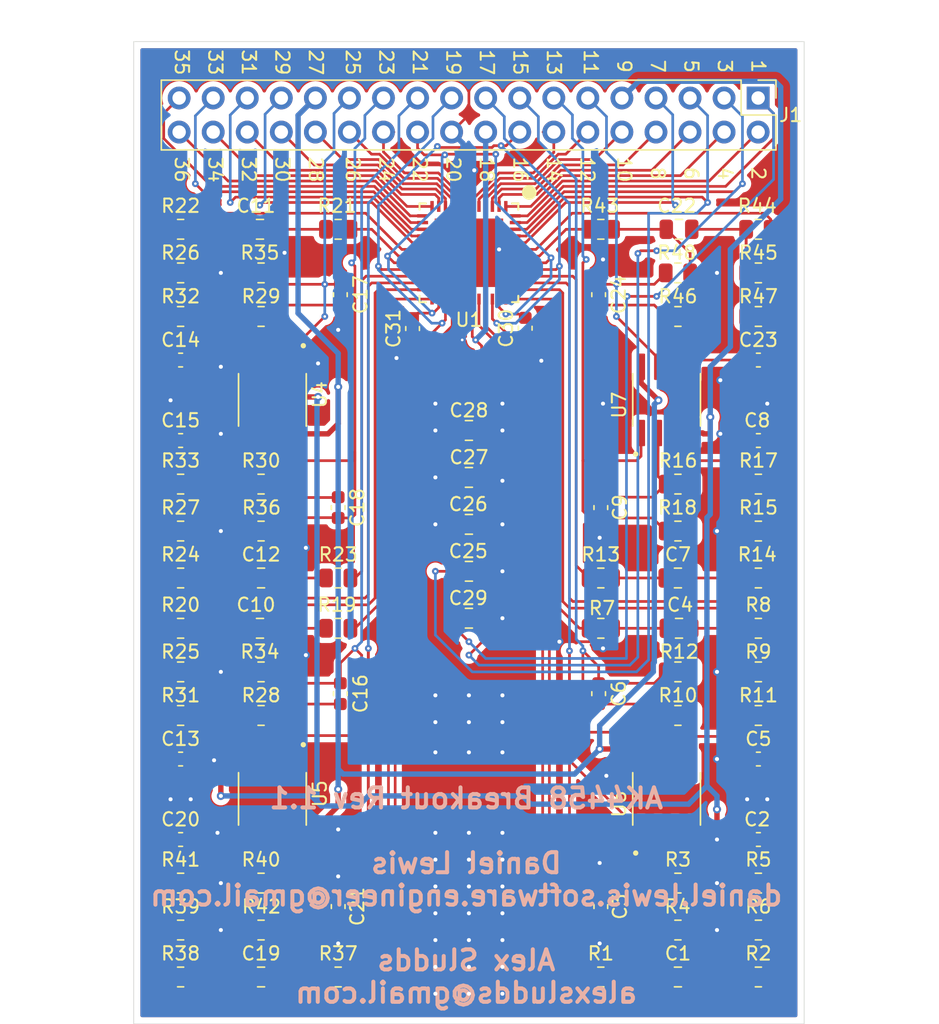
<source format=kicad_pcb>
(kicad_pcb (version 20240108) (generator "pcbnew") (generator_version "8.0")
  (layers (0 "F.Cu" signal) (31 "B.Cu" signal) (34 "B.Paste" user) (35 "F.Paste" user) (36 "B.SilkS" user "B.Silkscreen") (37 "F.SilkS" user "F.Silkscreen") (38 "B.Mask" user) (39 "F.Mask" user) (44 "Edge.Cuts" user))
  (net 0 "")
  (net 1 "Net-(C1-Pad2)")
  (net 2 "Net-(C1-Pad1)")
  (net 3 "OP5_POS")
  (net 4 "AVSS")
  (net 5 "OP5_OUT")
  (net 6 "OP5_NEG")
  (net 7 "Net-(C4-Pad1)")
  (net 8 "Net-(C4-Pad2)")
  (net 9 "OP6_POS")
  (net 10 "OP6_NEG")
  (net 11 "OP6_OUT")
  (net 12 "Net-(C7-Pad2)")
  (net 13 "Net-(C7-Pad1)")
  (net 14 "OP7_POS")
  (net 15 "OP7_OUT")
  (net 16 "OP7_NEG")
  (net 17 "Net-(C10-Pad2)")
  (net 18 "Net-(C10-Pad1)")
  (net 19 "Net-(C11-Pad2)")
  (net 20 "Net-(C11-Pad1)")
  (net 21 "Net-(C12-Pad2)")
  (net 22 "Net-(C12-Pad1)")
  (net 23 "OP3_POS")
  (net 24 "OP1_POS")
  (net 25 "OP2_POS")
  (net 26 "OP3_NEG")
  (net 27 "OP3_OUT")
  (net 28 "OP1_NEG")
  (net 29 "OP1_OUT")
  (net 30 "OP2_NEG")
  (net 31 "OP2_OUT")
  (net 32 "Net-(C19-Pad2)")
  (net 33 "Net-(C19-Pad1)")
  (net 34 "OP4_POS")
  (net 35 "OP4_NEG")
  (net 36 "OP4_OUT")
  (net 37 "Net-(C22-Pad1)")
  (net 38 "Net-(C22-Pad2)")
  (net 39 "OP8_POS")
  (net 40 "OP8_OUT")
  (net 41 "OP8_NEG")
  (net 42 "DVSS")
  (net 43 "TVDD")
  (net 44 "AVDD")
  (net 45 "VDD18")
  (net 46 "V12N")
  (net 47 "LDOE")
  (net 48 "V12P")
  (net 49 "PDN")
  (net 50 "VREFL")
  (net 51 "AOUTL3N")
  (net 52 "AOUTL3P")
  (net 53 "AOUTR3N")
  (net 54 "AOUTR3P")
  (net 55 "AOUTL4N")
  (net 56 "AOUTL4P")
  (net 57 "AOUTL2N")
  (net 58 "AOUTL2P")
  (net 59 "AOUTL1N")
  (net 60 "AOUTL1P")
  (net 61 "AOUTR1N")
  (net 62 "AOUTR1P")
  (net 63 "AOUTR2N")
  (net 64 "AOUTR2P")
  (net 65 "AOUTR4N")
  (net 66 "AOUTR4P")
  (net 67 "VREFH")
  (net 68 "SDTI4{slash}DSDL3{slash}TDMO2")
  (net 69 "SDA{slash}CDTI{slash}TDM0")
  (net 70 "SCL{slash}CCLK{slash}TDM1")
  (net 71 "DSDR3")
  (net 72 "BICK{slash}DCLK")
  (net 73 "DSDR4")
  (net 74 "CAD0_I2C{slash}CSN{slash}_DIF")
  (net 75 "SDTI3{slash}DSDR2{slash}TDMO1")
  (net 76 "SDTI2{slash}DSDL2")
  (net 77 "PS{slash}CAD0_SPI")
  (net 78 "DSDL4")
  (net 79 "SDTI1{slash}DSDR1")
  (net 80 "LRCK{slash}DSDL1")
  (net 81 "MCLK")
  (net 82 "CAD1{slash}DCHAIN")
  (net 83 "I2C")
  (net 84 "DZF{slash}SMUTE")
  (footprint "Resistor_SMD:R_0805_2012Metric" (layer "F.Cu") (at 140.5875 68.5 180)
    (property "Reference" "R46")
    (property "Value" "150")
  )
  (footprint "Capacitor_SMD:C_0603_1608Metric" (layer "F.Cu") (at 115.4125 66.875 90)
    (property "Reference" "C17")
    (property "Value" "120p")
  )
  (footprint "Capacitor_SMD:C_0603_1608Metric" (layer "F.Cu") (at 129.2 69.375 90)
    (property "Reference" "C30")
    (property "Value" "0.1u")
  )
  (footprint "Resistor_SMD:R_0805_2012Metric" (layer "F.Cu") (at 115.25 117.75 180)
    (property "Reference" "R37")
    (property "Value" "3.9k")
  )
  (footprint "Capacitor_SMD:C_0603_1608Metric" (layer "F.Cu") (at 103.5 71.75 180)
    (property "Reference" "C14")
    (property "Value" "120p")
  )
  (footprint "Resistor_SMD:R_0805_2012Metric" (layer "F.Cu") (at 115.25 62 180)
    (property "Reference" "R21")
    (property "Value" "3.9k")
  )
  (footprint "Resistor_SMD:R_0805_2012Metric" (layer "F.Cu") (at 109.5 81)
    (property "Reference" "R30")
    (property "Value" "150")
  )
  (footprint "Capacitor_SMD:C_0603_1608Metric" (layer "F.Cu") (at 103.5 101.5 180)
    (property "Reference" "C13")
    (property "Value" "120p")
  )
  (footprint "Capacitor_SMD:C_0603_1608Metric" (layer "F.Cu") (at 134.675 96.625 90)
    (property "Reference" "C6")
    (property "Value" "120p")
  )
  (footprint "Capacitor_SMD:C_0603_1608Metric" (layer "F.Cu") (at 115.25 82.75 -90)
    (property "Reference" "C18")
    (property "Value" "120p")
  )
  (footprint "Resistor_SMD:R_0805_2012Metric" (layer "F.Cu") (at 134.8375 62)
    (property "Reference" "R43")
    (property "Value" "3.9k")
  )
  (footprint "Capacitor_SMD:C_0603_1608Metric" (layer "F.Cu") (at 103.5 107.5 180)
    (property "Reference" "C20")
    (property "Value" "120p")
  )
  (footprint "Capacitor_SMD:C_0805_2012Metric" (layer "F.Cu") (at 125 91)
    (property "Reference" "C29")
    (property "Value" "1u")
  )
  (footprint "Capacitor_SMD:C_0805_2012Metric" (layer "F.Cu") (at 140.5875 117.75)
    (property "Reference" "C1")
    (property "Value" "1.0n")
  )
  (footprint "Resistor_SMD:R_0805_2012Metric" (layer "F.Cu") (at 146.5875 110.75)
    (property "Reference" "R5")
    (property "Value" "150")
  )
  (footprint "Resistor_SMD:R_0805_2012Metric" (layer "F.Cu") (at 109.5 114.25)
    (property "Reference" "R42")
    (property "Value" "16.9k")
  )
  (footprint "Resistor_SMD:R_0805_2012Metric" (layer "F.Cu") (at 146.5875 95 180)
    (property "Reference" "R9")
    (property "Value" "16.9k")
  )
  (footprint "Capacitor_SMD:C_0603_1608Metric" (layer "F.Cu") (at 120.8 69.4 90)
    (property "Reference" "C31")
    (property "Value" "0.1u")
  )
  (footprint "Resistor_SMD:R_0805_2012Metric" (layer "F.Cu") (at 115.25 91.75 180)
    (property "Reference" "R19")
    (property "Value" "3.9k")
  )
  (footprint "Resistor_SMD:R_0805_2012Metric" (layer "F.Cu") (at 103.5 117.75)
    (property "Reference" "R38")
    (property "Value" "3.9k")
  )
  (footprint "Resistor_SMD:R_0805_2012Metric" (layer "F.Cu") (at 109.5 68.5)
    (property "Reference" "R29")
    (property "Value" "150")
  )
  (footprint "Capacitor_SMD:C_0805_2012Metric" (layer "F.Cu") (at 125 80.5 180)
    (property "Reference" "C27")
    (property "Value" "0.1u")
  )
  (footprint "Capacitor_SMD:C_0805_2012Metric" (layer "F.Cu") (at 109.5 117.75 180)
    (property "Reference" "C19")
    (property "Value" "1.0n")
  )
  (footprint "Resistor_SMD:R_0805_2012Metric" (layer "F.Cu") (at 103.5 91.75)
    (property "Reference" "R20")
    (property "Value" "3.9k")
  )
  (footprint "Capacitor_SMD:C_0805_2012Metric" (layer "F.Cu") (at 125 84)
    (property "Reference" "C26")
    (property "Value" "47u")
  )
  (footprint "Capacitor_SMD:C_0603_1608Metric" (layer "F.Cu") (at 115.25 112.5 -90)
    (property "Reference" "C21")
    (property "Value" "120p")
  )
  (footprint "Resistor_SMD:R_0805_2012Metric" (layer "F.Cu") (at 146.5875 114.25 180)
    (property "Reference" "R6")
    (property "Value" "16.9k")
  )
  (footprint "NE5532DR:SOIC127P599X175-8N" (layer "F.Cu") (at 110.345 104.47 -90)
    (property "Reference" "U5")
    (property "Value" "NE5532DR")
  )
  (footprint "Resistor_SMD:R_0805_2012Metric" (layer "F.Cu") (at 140.5875 110.75 180)
    (property "Reference" "R3")
    (property "Value" "150")
  )
  (footprint "Capacitor_SMD:C_0603_1608Metric" (layer "F.Cu") (at 134.8375 112.5 -90)
    (property "Reference" "C3")
    (property "Value" "120p")
  )
  (footprint "Resistor_SMD:R_0805_2012Metric" (layer "F.Cu") (at 103.5 84.5)
    (property "Reference" "R27")
    (property "Value" "16.9k")
  )
  (footprint "Resistor_SMD:R_0805_2012Metric" (layer "F.Cu") (at 109.5 95)
    (property "Reference" "R34")
    (property "Value" "16.9k")
  )
  (footprint "Resistor_SMD:R_0805_2012Metric" (layer "F.Cu") (at 140.5875 81 180)
    (property "Reference" "R16")
    (property "Value" "150")
  )
  (footprint "Resistor_SMD:R_0805_2012Metric" (layer "F.Cu") (at 146.5875 98.25)
    (property "Reference" "R11")
    (property "Value" "150")
  )
  (footprint "Capacitor_SMD:C_0805_2012Metric" (layer "F.Cu") (at 125 77 180)
    (property "Reference" "C28")
    (property "Value" "47u")
  )
  (footprint "Resistor_SMD:R_0805_2012Metric" (layer "F.Cu") (at 103.5 68.5 180)
    (property "Reference" "R32")
    (property "Value" "150")
  )
  (footprint "Resistor_SMD:R_0805_2012Metric" (layer "F.Cu") (at 146.5875 117.75 180)
    (property "Reference" "R2")
    (property "Value" "3.9k")
  )
  (footprint "Resistor_SMD:R_0805_2012Metric" (layer "F.Cu") (at 103.5 88)
    (property "Reference" "R24")
    (property "Value" "3.9k")
  )
  (footprint "Resistor_SMD:R_0805_2012Metric" (layer "F.Cu") (at 140.5875 95 180)
    (property "Reference" "R12")
    (property "Value" "16.9k")
  )
  (footprint "Resistor_SMD:R_0805_2012Metric" (layer "F.Cu") (at 146.5875 81)
    (property "Reference" "R17")
    (property "Value" "150")
  )
  (footprint "Capacitor_SMD:C_0805_2012Metric" (layer "F.Cu") (at 140.66875 91.75)
    (property "Reference" "C4")
    (property "Value" "1.0n")
  )
  (footprint "Resistor_SMD:R_0805_2012Metric" (layer "F.Cu") (at 103.5 114.25)
    (property "Reference" "R39")
    (property "Value" "16.9k")
  )
  (footprint "Resistor_SMD:R_0805_2012Metric" (layer "F.Cu") (at 146.5875 88 180)
    (property "Reference" "R14")
    (property "Value" "3.9k")
  )
  (footprint "Resistor_SMD:R_0805_2012Metric" (layer "F.Cu") (at 134.8375 88)
    (property "Reference" "R13")
    (property "Value" "3.9k")
  )
  (footprint "Resistor_SMD:R_0805_2012Metric" (layer "F.Cu") (at 103.5 65.25)
    (property "Reference" "R26")
    (property "Value" "16.9k")
  )
  (footprint "Capacitor_SMD:C_0603_1608Metric" (layer "F.Cu") (at 146.5875 71.75)
    (property "Reference" "C23")
    (property "Value" "120p")
  )
  (footprint "AK4458VN:QFN48_7x7-0p5_AKM" (layer "F.Cu") (at 125 63.75 -90)
    (property "Reference" "U1")
    (property "Value" "AK4458VN")
  )
  (footprint "Resistor_SMD:R_0805_2012Metric" (layer "F.Cu") (at 140.5875 65.25 180)
    (property "Reference" "R48")
    (property "Value" "16.9k")
  )
  (footprint "Capacitor_SMD:C_0603_1608Metric" (layer "F.Cu") (at 146.5875 107.5)
    (property "Reference" "C2")
    (property "Value" "120p")
  )
  (footprint "Capacitor_SMD:C_0603_1608Metric" (layer "F.Cu") (at 146.5875 77.75)
    (property "Reference" "C8")
    (property "Value" "120p")
  )
  (footprint "Resistor_SMD:R_0805_2012Metric" (layer "F.Cu") (at 103.5 81 180)
    (property "Reference" "R33")
    (property "Value" "150")
  )
  (footprint "Capacitor_SMD:C_0603_1608Metric" (layer "F.Cu") (at 134.8375 82.75 -90)
    (property "Reference" "C9")
    (property "Value" "120p")
  )
  (footprint "Capacitor_SMD:C_0805_2012Metric" (layer "F.Cu") (at 140.5875 88)
    (property "Reference" "C7")
    (property "Value" "1.0n")
  )
  (footprint "Resistor_SMD:R_0805_2012Metric" (layer "F.Cu") (at 134.8375 91.75)
    (property "Reference" "R7")
    (property "Value" "3.9k")
  )
  (footprint "Capacitor_SMD:C_0805_2012Metric" (layer "F.Cu") (at 140.66875 62)
    (property "Reference" "C22")
    (property "Value" "1.0n")
  )
  (footprint "Resistor_SMD:R_0805_2012Metric" (layer "F.Cu") (at 109.5 98.25)
    (property "Reference" "R28")
    (property "Value" "150")
  )
  (footprint "Resistor_SMD:R_0805_2012Metric" (layer "F.Cu") (at 146.5875 68.5)
    (property "Reference" "R47")
    (property "Value" "150")
  )
  (footprint "Capacitor_SMD:C_0603_1608Metric" (layer "F.Cu") (at 103.5 77.75 180)
    (property "Reference" "C15")
    (property "Value" "120p")
  )
  (footprint "Resistor_SMD:R_0805_2012Metric" (layer "F.Cu") (at 103.5 62)
    (property "Reference" "R22")
    (property "Value" "3.9k")
  )
  (footprint "Capacitor_SMD:C_0805_2012Metric" (layer "F.Cu") (at 109.41875 62 180)
    (property "Reference" "C11")
    (property "Value" "1.0n")
  )
  (footprint "Resistor_SMD:R_0805_2012Metric" (layer "F.Cu") (at 140.5875 84.5 180)
    (property "Reference" "R18")
    (property "Value" "16.9k")
  )
  (footprint "Resistor_SMD:R_0805_2012Metric" (layer "F.Cu") (at 109.5 84.5)
    (property "Reference" "R36")
    (property "Value" "16.9k")
  )
  (footprint "Resistor_SMD:R_0805_2012Metric" (layer "F.Cu") (at 146.5875 65.25 180)
    (property "Reference" "R45")
    (property "Value" "16.9k")
  )
  (footprint "NE5532DR:SOIC127P599X175-8N" (layer "F.Cu") (at 139.7425 104.47 90)
    (property "Reference" "U6")
    (property "Value" "NE5532DR")
  )
  (footprint "Resistor_SMD:R_0805_2012Metric" (layer "F.Cu") (at 140.5875 114.25 180)
    (property "Reference" "R4")
    (property "Value" "16.9k")
  )
  (footprint "Resistor_SMD:R_0805_2012Metric" (layer "F.Cu") (at 134.8375 117.75)
    (property "Reference" "R1")
    (property "Value" "3.9k")
  )
  (footprint "Resistor_SMD:R_0805_2012Metric" (layer "F.Cu") (at 146.5875 84.5 180)
    (property "Reference" "R15")
    (property "Value" "16.9k")
  )
  (footprint "Resistor_SMD:R_0805_2012Metric" (layer "F.Cu") (at 140.5875 98.25 180)
    (property "Reference" "R10")
    (property "Value" "150")
  )
  (footprint "Resistor_SMD:R_0805_2012Metric" (layer "F.Cu") (at 103.5 95)
    (property "Reference" "R25")
    (property "Value" "16.9k")
  )
  (footprint "Capacitor_SMD:C_0805_2012Metric" (layer "F.Cu") (at 125 87.5)
    (property "Reference" "C25")
    (property "Value" "0.1u")
  )
  (footprint "NE5532DR:SOIC127P599X175-8N" (layer "F.Cu") (at 110.345 74.72 -90)
    (property "Reference" "U4")
    (property "Value" "NE5532DR")
  )
  (footprint "Resistor_SMD:R_0805_2012Metric" (layer "F.Cu") (at 109.5 110.75)
    (property "Reference" "R40")
    (property "Value" "150")
  )
  (footprint "Capacitor_SMD:C_0603_1608Metric" (layer "F.Cu") (at 146.5875 101.5)
    (property "Reference" "C5")
    (property "Value" "120p")
  )
  (footprint "Capacitor_SMD:C_0603_1608Metric" (layer "F.Cu") (at 115.4125 96.625 90)
    (property "Reference" "C16")
    (property "Value" "120p")
  )
  (footprint "Resistor_SMD:R_0805_2012Metric" (layer "F.Cu") (at 109.5 65.25)
    (property "Reference" "R35")
    (property "Value" "16.9k")
  )
  (footprint "Capacitor_SMD:C_0805_2012Metric" (layer "F.Cu") (at 109.5 88 180)
    (property "Reference" "C12")
    (property "Value" "1.0n")
  )
  (footprint "Capacitor_SMD:C_0805_2012Metric" (layer "F.Cu") (at 109.41875 91.75 180)
    (property "Reference" "C10")
    (property "Value" "1.0n")
  )
  (footprint "NE5532DR:SOIC127P599X175-8N" (layer "F.Cu") (at 139.7425 74.72 90)
    (property "Reference" "U7")
    (property "Value" "NE5532DR")
  )
  (footprint "Resistor_SMD:R_0805_2012Metric" (layer "F.Cu") (at 103.5 98.25 180)
    (property "Reference" "R31")
    (property "Value" "150")
  )
  (footprint "Resistor_SMD:R_0805_2012Metric" (layer "F.Cu") (at 115.25 88 180)
    (property "Reference" "R23")
    (property "Value" "3.9k")
  )
  (footprint "Connector_PinHeader_2.54mm:PinHeader_2x18_P2.54mm_Vertical" (layer "F.Cu") (at 146.57 52.21 -90)
    (property "Reference" "J1")
    (property "Value" "Conn_02x18_Odd_Even")
  )
  (footprint "Resistor_SMD:R_0805_2012Metric" (layer "F.Cu") (at 103.5 110.75 180)
    (property "Reference" "R41")
    (property "Value" "150")
  )
  (footprint "Capacitor_SMD:C_0603_1608Metric" (layer "F.Cu") (at 134.675 66.875 90)
    (property "Reference" "C24")
    (property "Value" "120p")
  )
  (footprint "Resistor_SMD:R_0805_2012Metric" (layer "F.Cu") (at 146.5875 62 180)
    (property "Reference" "R44")
    (property "Value" "3.9k")
  )
  (footprint "Resistor_SMD:R_0805_2012Metric" (layer "F.Cu") (at 146.5875 91.75 180)
    (property "Reference" "R8")
    (property "Value" "3.9k")
  )
  (gr_rect (start 100 48) (end 150 121.25) (stroke (width 0.05)) (fill none) (layer "Edge.Cuts"))
  (gr_text "AK4458 Breakout Rev 1.1\n\nDaniel Lewis\ndaniel.lewis.software.engineer@gmail.com\n\nAlex Sludds\nalexsludds@gmail.com" (at 124.8 119.8 0) (layer "B.SilkS") (effects (font (size 1.5 1.5) (thickness 0.3) (bold yes)) (justify bottom mirror)))
  (gr_text "31" (at 108 48.5 -90) (layer "F.SilkS") (effects (font (size 1 1)) (justify left bottom)))
  (gr_text "30" (at 110.5 56.5 -90) (layer "F.SilkS") (effects (font (size 1 1)) (justify left bottom)))
  (gr_text "11" (at 133.5 48.5 -90) (layer "F.SilkS") (effects (font (size 1 1)) (justify left bottom)))
  (gr_text "36" (at 103 56.5 -90) (layer "F.SilkS") (effects (font (size 1 1)) (justify left bottom)))
  (gr_text "33" (at 105.5 48.5 -90) (layer "F.SilkS") (effects (font (size 1 1)) (justify left bottom)))
  (gr_text "26" (at 115.75 56.5 -90) (layer "F.SilkS") (effects (font (size 1 1)) (justify left bottom)))
  (gr_text "24" (at 118.25 56.5 -90) (layer "F.SilkS") (effects (font (size 1 1)) (justify left bottom)))
  (gr_text "34" (at 105.5 56.5 -90) (layer "F.SilkS") (effects (font (size 1 1)) (justify left bottom)))
  (gr_text " 6" (at 141 56.5 -90) (layer "F.SilkS") (effects (font (size 1 1)) (justify left bottom)))
  (gr_text " 9" (at 136 48.5 -90) (layer "F.SilkS") (effects (font (size 1 1)) (justify left bottom)))
  (gr_text "14" (at 130.75 56.5 -90) (layer "F.SilkS") (effects (font (size 1 1)) (justify left bottom)))
  (gr_text " 5" (at 141 48.5 -90) (layer "F.SilkS") (effects (font (size 1 1)) (justify left bottom)))
  (gr_text "32" (at 108 56.5 -90) (layer "F.SilkS") (effects (font (size 1 1)) (justify left bottom)))
  (gr_text "20" (at 123.25 56.5 -90) (layer "F.SilkS") (effects (font (size 1 1)) (justify left bottom)))
  (gr_text "18" (at 125.75 56.5 -90) (layer "F.SilkS") (effects (font (size 1 1)) (justify left bottom)))
  (gr_text "19" (at 123.25 48.5 -90) (layer "F.SilkS") (effects (font (size 1 1)) (justify left bottom)))
  (gr_text "13" (at 130.75 48.5 -90) (layer "F.SilkS") (effects (font (size 1 1)) (justify left bottom)))
  (gr_text " 7" (at 138.5 48.5 -90) (layer "F.SilkS") (effects (font (size 1 1)) (justify left bottom)))
  (gr_text "27" (at 113 48.5 -90) (layer "F.SilkS") (effects (font (size 1 1)) (justify left bottom)))
  (gr_text "35" (at 103 48.5 -90) (layer "F.SilkS") (effects (font (size 1 1)) (justify left bottom)))
  (gr_text "28" (at 113 56.5 -90) (layer "F.SilkS") (effects (font (size 1 1)) (justify left bottom)))
  (gr_text " 1" (at 146 48.5 -90) (layer "F.SilkS") (effects (font (size 1 1)) (justify left bottom)))
  (gr_text " 3" (at 143.5 48.5 -90) (layer "F.SilkS") (effects (font (size 1 1)) (justify left bottom)))
  (gr_text "16" (at 128.25 56.5 -90) (layer "F.SilkS") (effects (font (size 1 1)) (justify left bottom)))
  (gr_text "12" (at 133.25 56.5 -90) (layer "F.SilkS") (effects (font (size 1 1)) (justify left bottom)))
  (gr_text "17" (at 125.75 48.5 -90) (layer "F.SilkS") (effects (font (size 1 1)) (justify left bottom)))
  (gr_text " 4" (at 143.5 56.5 -90) (layer "F.SilkS") (effects (font (size 1 1)) (justify left bottom)))
  (gr_text "22" (at 120.75 56.5 -90) (layer "F.SilkS") (effects (font (size 1 1)) (justify left bottom)))
  (gr_text "15" (at 128.25 48.5 -90) (layer "F.SilkS") (effects (font (size 1 1)) (justify left bottom)))
  (gr_text "23" (at 118.25 48.5 -90) (layer "F.SilkS") (effects (font (size 1 1)) (justify left bottom)))
  (gr_text "10" (at 136 56.5 -90) (layer "F.SilkS") (effects (font (size 1 1)) (justify left bottom)))
  (gr_text "21" (at 120.75 48.5 -90) (layer "F.SilkS") (effects (font (size 1 1)) (justify left bottom)))
  (gr_text "25" (at 115.75 48.5 -90) (layer "F.SilkS") (effects (font (size 1 1)) (justify left bottom)))
  (gr_text " 2" (at 146 56.5 -90) (layer "F.SilkS") (effects (font (size 1 1)) (justify left bottom)))
  (gr_text " 8" (at 138.5 56.5 -90) (layer "F.SilkS") (effects (font (size 1 1)) (justify left bottom)))
  (gr_text "29" (at 110.5 48.5 -90) (layer "F.SilkS") (effects (font (size 1 1)) (justify left bottom)))
  (segment (start 145.675 114.25) (end 145.675 117.75) (width 0.2) (layer "F.Cu") (net 1))
  (segment (start 145.675 110.75) (end 145.675 114.25) (width 0.2) (layer "F.Cu") (net 1))
  (segment (start 145.675 117.75) (end 141.5375 117.75) (width 0.2) (layer "F.Cu") (net 1))
  (segment (start 141.5 114.25) (end 141.5 110.75) (width 0.2) (layer "F.Cu") (net 2))
  (segment (start 139.6375 116.1125) (end 141.5 114.25) (width 0.2) (layer "F.Cu") (net 2))
  (segment (start 135.75 117.75) (end 139.6375 117.75) (width 0.2) (layer "F.Cu") (net 2))
  (segment (start 139.6375 117.75) (end 139.6375 116.1125) (width 0.2) (layer "F.Cu") (net 2))
  (segment (start 140.3775 106.94) (end 140.3775 107.924999) (width 0.2) (layer "F.Cu") (net 3))
  (segment (start 141.640001 109.1875) (end 147.5 109.1875) (width 0.2) (layer "F.Cu") (net 3))
  (segment (start 140.3775 107.924999) (end 141.640001 109.1875) (width 0.2) (layer "F.Cu") (net 3))
  (segment (start 147.5 110.75) (end 147.5 109.1875) (width 0.2) (layer "F.Cu") (net 3))
  (segment (start 147.5 109.1875) (end 145.8125 107.5) (width 0.2) (layer "F.Cu") (net 3))
  (segment (start 124.05 80.5) (end 124.05 77) (width 0.2) (layer "F.Cu") (net 4))
  (segment (start 131.75 92.75) (end 134.499998 92.75) (width 0.2) (layer "F.Cu") (net 4))
  (segment (start 125 53.46) (end 125 51) (width 0.2) (layer "F.Cu") (net 4))
  (segment (start 134.499998 92.75) (end 135 93.250002) (width 0.2) (layer "F.Cu") (net 4))
  (segment (start 124.05 70.7) (end 124.5 70.25) (width 0.2) (layer "F.Cu") (net 4))
  (segment (start 124.5 70.25) (end 124.749937 70.000063) (width 0.2) (layer "F.Cu") (net 4))
  (segment (start 124.749937 70.000063) (end 124.749937 67.2044) (width 0.2) (layer "F.Cu") (net 4))
  (segment (start 124.05 77) (end 124.05 70.7) (width 0.2) (layer "F.Cu") (net 4))
  (segment (start 123.71 54.75) (end 125 53.46) (width 0.2) (layer "F.Cu") (net 4))
  (segment (start 125 63.75) (end 124.749937 64.000063) (width 0.2) (layer "F.Cu") (net 4))
  (segment (start 124.749937 64.000063) (end 124.749937 67.2044) (width 0.2) (layer "F.Cu") (net 4))
  (via (at 112.841188 93.75) (size 0.6) (drill 0.3) (layers "F.Cu" "B.Cu") (net 4))
  (via (at 127.5 107) (size 0.6) (drill 0.3) (layers "F.Cu" "B.Cu") (net 4))
  (via (at 125 98.75) (size 0.6) (drill 0.3) (layers "F.Cu" "B.Cu") (net 4))
  (via (at 106.5 77.25) (size 0.6) (drill 0.3) (layers "F.Cu" "B.Cu") (net 4))
  (via (at 127.5 91) (size 0.6) (drill 0.3) (layers "F.Cu" "B.Cu") (net 4))
  (via (at 115.25 110.25) (size 0.6) (drill 0.3) (layers "F.Cu" "B.Cu") (net 4))
  (via (at 124.5 70.25) (size 0.5) (drill 0.2) (layers "F.Cu" "B.Cu") (net 4))
  (via (at 134.75 85) (size 0.6) (drill 0.3) (layers "F.Cu" "B.Cu") (net 4))
  (via (at 122.5 98.75) (size 0.6) (drill 0.3) (layers "F.Cu" "B.Cu") (net 4))
  (via (at 125 113) (size 0.6) (drill 0.3) (layers "F.Cu" "B.Cu") (net 4))
  (via (at 125 109) (size 0.6) (drill 0.3) (layers "F.Cu" "B.Cu") (net 4))
  (via (at 127.5 96.75) (size 0.6) (drill 0.3) (layers "F.Cu" "B.Cu") (net 4))
  (via (at 111.25 63.75) (size 0.6) (drill 0.3) (layers "F.Cu" "B.Cu") (net 4))
  (via (at 122.5 75) (size 0.6) (drill 0.3) (layers "F.Cu" "B.Cu") (net 4))
  (via (at 125 119) (size 0.6) (drill 0.3) (layers "F.Cu" "B.Cu") (net 4))
  (via (at 143.5 107.5) (size 0.6) (drill 0.3) (layers "F.Cu" "B.Cu") (net 4))
  (via (at 122.5 96.75) (size 0.6) (drill 0.3) (layers "F.Cu" "B.Cu") (net 4))
  (via (at 105.994424 101.59175) (size 0.6) (drill 0.3) (layers "F.Cu" "B.Cu") (net 4))
  (via (at 143.75 77.25) (size 0.6) (drill 0.3) (layers "F.Cu" "B.Cu") (net 4))
  (via (at 122.5 113) (size 0.6) (drill 0.3) (layers "F.Cu" "B.Cu") (net 4))
  (via (at 122.5 115) (size 0.6) (drill 0.3) (layers "F.Cu" "B.Cu") (net 4))
  (via (at 102.75 104.5) (size 0.6) (drill 0.3) (layers "F.Cu" "B.Cu") (net 4))
  (via (at 125 111) (size 0.6) (drill 0.3) (layers "F.Cu" "B.Cu") (net 4))
  (via (at 113.75 72) (size 0.6) (drill 0.3) (layers "F.Cu" "B.Cu") (net 4))
  (via (at 104.250654 104.499999) (size 0.6) (drill 0.3) (layers "F.Cu" "B.Cu") (net 4))
  (via (at 106.5 84.5) (size 0.6) (drill 0.3) (layers "F.Cu" "B.Cu") (net 4))
  (via (at 112.841188 85.75) (size 0.6) (drill 0.3) (layers "F.Cu" "B.Cu") (net 4))
  (via (at 125 107) (size 0.6) (drill 0.3) (layers "F.Cu" "B.Cu") (net 4))
  (via (at 147.25 104.5) (size 0.6) (drill 0.3) (layers "F.Cu" "B.Cu") (net 4))
  (via (at 127.5 75) (size 0.6) (drill 0.3) (layers "F.Cu" "B.Cu") (net 4))
  (via (at 122.5 77) (size 0.6) (drill 0.3) (layers "F.Cu" "B.Cu") (net 4))
  (via (at 143.5 110.75) (size 0.6) (drill 0.3) (layers "F.Cu" "B.Cu") (net 4))
  (via (at 115.25 69.5) (size 0.6) (drill 0.3) (layers "F.Cu" "B.Cu") (net 4))
  (via (at 122.5 101) (size 0.6) (drill 0.3) (layers "F.Cu" "B.Cu") (net 4))
  (via (at 127.5 98.75) (size 0.6) (drill 0.3) (layers "F.Cu" "B.Cu") (net 4))
  (via (at 122.5 84) (size 0.6) (drill 0.3) (layers "F.Cu" "B.Cu") (net 4))
  (via (at 143.5 84.5) (size 0.6) (drill 0.3) (layers "F.Cu" "B.Cu") (net 4))
  (via (at 127.5 84) (size 0.6) (drill 0.3) (layers "F.Cu" "B.Cu") (net 4))
  (via (at 106.5 110.75) (size 0.6) (drill 0.3) (layers "F.Cu" "B.Cu") (net 4))
  (via (at 122.5 80.5) (size 0.6) (drill 0.3) (layers "F.Cu" "B.Cu") (net 4))
  (via (at 106.5 72.25) (size 0.6) (drill 0.3) (layers "F.Cu" "B.Cu") (net 4))
  (via (at 127.5 119) (size 0.6) (drill 0.3) (layers "F.Cu" "B.Cu") (net 4))
  (via (at 127.5 101) (size 0.6) (drill 0.3) (layers "F.Cu" "B.Cu") (net 4))
  (via (at 145.75 104.5) (size 0.6) (drill 0.3) (layers "F.Cu" "B.Cu") (net 4))
  (via (at 127.5 117) (size 0.6) (drill 0.3) (layers "F.Cu" "B.Cu") (net 4))
  (via (at 143.5 114.25) (size 0.6) (drill 0.3) (layers "F.Cu" "B.Cu") (net 4))
  (via (at 147.25 75) (size 0.6) (drill 0.3) (layers "F.Cu" "B.Cu") (net 4))
  (via (at 127.25 63.5) (size 0.6) (drill 0.3) (layers "F.Cu" "B.Cu") (net 4))
  (via (at 143.5 65.25) (size 0.6) (drill 0.3) (layers "F.Cu" "B.Cu") (net 4))
  (via (at 115.25 115.25) (size 0.6) (drill 0.3) (layers "F.Cu" "B.Cu") (net 4))
  (via (at 106.5 95) (size 0.6) (drill 0.3) (layers "F.Cu" "B.Cu") (net 4))
  (via (at 125 96.75) (size 0.6) (drill 0.3) (layers "F.Cu" "B.Cu") (net 4))
  (via (at 135 93.250002) (size 0.6) (drill 0.3) (layers "F.Cu" "B.Cu") (net 4))
  (via (at 125.4 57.6) (size 0.6) (drill 0.3) (layers "F.Cu" "B.Cu") (net 4))
  (via (at 106.5 65.25) (size 0.6) (drill 0.3) (layers "F.Cu" "B.Cu") (net 4))
  (via (at 135.25 102.75) (size 0.6) (drill 0.3) (layers "F.Cu" "B.Cu") (net 4))
  (via (at 102.75 74.75) (size 0.6) (drill 0.3) (layers "F.Cu" "B.Cu") (net 4))
  (via (at 127.5 113) (size 0.6) (drill 0.3) (layers "F.Cu" "B.Cu") (net 4))
  (via (at 143.5 95) (size 0.6) (drill 0.3) (layers "F.Cu" "B.Cu") (net 4))
  (via (at 127.5 109) (size 0.6) (drill 0.3) (layers "F.Cu" "B.Cu") (net 4))
  (via (at 127.5 115) (size 0.6) (drill 0.3) (layers "F.Cu" "B.Cu") (net 4))
  (via (at 119.6 71.6) (size 0.6) (drill 0.3) (layers "F.Cu" "B.Cu") (net 4))
  (via (at 127.5 111) (size 0.6) (drill 0.3) (layers "F.Cu" "B.Cu") (net 4))
  (via (at 127.5 87.5) (size 0.6) (drill 0.3) (layers "F.Cu" "B.Cu") (net 4))
  (via (at 135 64.25) (size 0.6) (drill 0.3) (layers "F.Cu" "B.Cu") (net 4))
  (via (at 130.4 71.8) (size 0.6) (drill 0.3) (layers "F.Cu" "B.Cu") (net 4))
  (via (at 115.25 106.75) (size 0.6) (drill 0.3) (layers "F.Cu" "B.Cu") (net 4))
  (via (at 122.5 117) (size 0.6) (drill 0.3) (layers "F.Cu" "B.Cu") (net 4))
  (via (at 122.5 111) (size 0.6) (drill 0.3) (layers "F.Cu" "B.Cu") (net 4))
  (via (at 106.25 107) (size 0.6) (drill 0.3) (layers "F.Cu" "B.Cu") (net 4))
  (via (at 125 101) (size 0.6) (drill 0.3) (layers "F.Cu" "B.Cu") (net 4))
  (via (at 127.5 80.75) (size 0.6) (drill 0.3) (layers "F.Cu" "B.Cu") (net 4))
  (via (at 134.75 115.25) (size 0.6) (drill 0.3) (layers "F.Cu" "B.Cu") (net 4))
  (via (at 134.75 109.25) (size 0.6) (drill 0.3) (layers "F.Cu" "B.Cu") (net 4))
  (via (at 125 115) (size 0.6) (drill 0.3) (layers "F.Cu" "B.Cu") (net 4))
  (via (at 143.75 73.25) (size 0.6) (drill 0.3) (layers "F.Cu" "B.Cu") (net 4))
  (via (at 122.5 119) (size 0.6) (drill 0.3) (layers "F.Cu" "B.Cu") (net 4))
  (via (at 131.75 92.75) (size 0.6) (drill 0.3) (layers "F.Cu" "B.Cu") (net 4))
  (via (at 125 117) (size 0.6) (drill 0.3) (layers "F.Cu" "B.Cu") (net 4))
  (via (at 106.5 114.25) (size 0.6) (drill 0.3) (layers "F.Cu" "B.Cu") (net 4))
  (via (at 127.5 77) (size 0.6) (drill 0.3) (layers "F.Cu" "B.Cu") (net 4))
  (via (at 143.5 101.5) (size 0.6) (drill 0.3) (layers "F.Cu" "B.Cu") (net 4))
  (via (at 122.5 107) (size 0.6) (drill 0.3) (layers "F.Cu" "B.Cu") (net 4))
  (via (at 135 75) (size 0.6) (drill 0.3) (layers "F.Cu" "B.Cu") (net 4))
  (via (at 122.5 109) (size 0.6) (drill 0.3) (layers "F.Cu" "B.Cu") (net 4))
  (segment (start 135.25 64.25) (end 135 64.25) (width 0.2) (layer "B.Cu") (net 4))
  (segment (start 124.56 55.6) (end 124.56 70.19) (width 0.4) (layer "B.Cu") (net 4))
  (segment (start 123.71 54.75) (end 124.56 55.6) (width 0.4) (layer "B.Cu") (net 4))
  (segment (start 124.56 70.19) (end 124.5 70.25) (width 0.4) (layer "B.Cu") (net 4))
  (segment (start 134.8375 113.275) (end 138.7 113.275) (width 0.2) (layer "F.Cu") (net 5))
  (segment (start 137.8375 106.94) (end 132.499994 101.602494) (width 0.2) (layer "F.Cu") (net 5))
  (segment (start 132.499994 101.602494) (end 132.499994 93.43) (width 0.2) (layer "F.Cu") (net 5))
  (segment (start 132.499994 110.937494) (end 132.499994 93.43) (width 0.2) (layer "F.Cu") (net 5))
  (segment (start 134.8375 113.275) (end 132.499994 110.937494) (width 0.2) (layer "F.Cu") (net 5))
  (segment (start 138.7 113.275) (end 139.675 114.25) (width 0.2) (layer "F.Cu") (net 5))
  (via (at 132.499994 93.43) (size 0.5) (drill 0.2) (layers "F.Cu" "B.Cu") (net 5))
  (segment (start 126.25 52.21) (end 127.64 53.6) (width 0.2) (layer "B.Cu") (net 5))
  (segment (start 127.64 55.226346) (end 132.499994 60.08634) (width 0.2) (layer "B.Cu") (net 5))
  (segment (start 127.64 53.6) (end 127.64 55.226346) (width 0.2) (layer "B.Cu") (net 5))
  (segment (start 132.499994 60.08634) (end 132.499994 93.43) (width 0.2) (layer "B.Cu") (net 5))
  (segment (start 139.1075 110.1825) (end 139.675 110.75) (width 0.2) (layer "F.Cu") (net 6))
  (segment (start 134.8375 111.725) (end 138.7 111.725) (width 0.2) (layer "F.Cu") (net 6))
  (segment (start 139.1075 106.94) (end 139.1075 110.1825) (width 0.2) (layer "F.Cu") (net 6))
  (segment (start 138.7 111.725) (end 139.675 110.75) (width 0.2) (layer "F.Cu") (net 6))
  (segment (start 141.5 98.25) (end 141.5 95) (width 0.2) (layer "F.Cu") (net 7))
  (segment (start 139.71875 93.21875) (end 141.5 95) (width 0.2) (layer "F.Cu") (net 7))
  (segment (start 135.75 91.75) (end 139.71875 91.75) (width 0.2) (layer "F.Cu") (net 7))
  (segment (start 139.71875 91.75) (end 139.71875 93.21875) (width 0.2) (layer "F.Cu") (net 7))
  (segment (start 145.675 95) (end 145.675 98.25) (width 0.2) (layer "F.Cu") (net 8))
  (segment (start 145.675 91.75) (end 145.675 95) (width 0.2) (layer "F.Cu") (net 8))
  (segment (start 141.61875 91.75) (end 145.675 91.75) (width 0.2) (layer "F.Cu") (net 8))
  (segment (start 141.9375 99.8125) (end 141.6475 100.1025) (width 0.2) (layer "F.Cu") (net 9))
  (segment (start 147.5 99.8125) (end 141.9375 99.8125) (width 0.2) (layer "F.Cu") (net 9))
  (segment (start 141.6475 100.1025) (end 141.6475 102) (width 0.2) (layer "F.Cu") (net 9))
  (segment (start 147.5 99.8125) (end 145.8125 101.5) (width 0.2) (layer "F.Cu") (net 9))
  (segment (start 147.5 98.25) (end 147.5 99.8125) (width 0.2) (layer "F.Cu") (net 9))
  (segment (start 138.825 97.4) (end 139.675 98.25) (width 0.2) (layer "F.Cu") (net 10))
  (segment (start 140.3775 98.9525) (end 139.675 98.25) (width 0.2) (layer "F.Cu") (net 10))
  (segment (start 134.675 97.4) (end 138.825 97.4) (width 0.2) (layer "F.Cu") (net 10))
  (segment (start 140.3775 102) (end 140.3775 98.9525) (width 0.2) (layer "F.Cu") (net 10))
  (segment (start 139.1075 100.1075) (end 138.500012 99.500012) (width 0.2) (layer "F.Cu") (net 11))
  (segment (start 134.675 95.85) (end 138.825 95.85) (width 0.2) (layer "F.Cu") (net 11))
  (segment (start 139.1075 102) (end 139.1075 100.1075) (width 0.2) (layer "F.Cu") (net 11))
  (segment (start 133.5 99.500012) (end 133.5 93.43) (width 0.2) (layer "F.Cu") (net 11))
  (segment (start 134.675 94.605) (end 133.5 93.43) (width 0.2) (layer "F.Cu") (net 11))
  (segment (start 134.675 95.85) (end 134.675 94.605) (width 0.2) (layer "F.Cu") (net 11))
  (segment (start 138.500012 99.500012) (end 133.5 99.500012) (width 0.2) (layer "F.Cu") (net 11))
  (segment (start 138.825 95.85) (end 139.675 95) (width 0.2) (layer "F.Cu") (net 11))
  (via (at 133.5 93.43) (size 0.5) (drill 0.2) (layers "F.Cu" "B.Cu") (net 11))
  (segment (start 133.5 93.069988) (end 133.5 93.43) (width 0.2) (layer "B.Cu") (net 11))
  (segment (start 128.79 52.21) (end 130.18 53.6) (width 0.2) (layer "B.Cu") (net 11))
  (segment (start 133.000012 92.57) (end 133.5 93.069988) (width 0.2) (layer "B.Cu") (net 11))
  (segment (start 130.18 55.43) (end 133.000012 58.250012) (width 0.2) (layer "B.Cu") (net 11))
  (segment (start 130.18 53.6) (end 130.18 55.43) (width 0.2) (layer "B.Cu") (net 11))
  (segment (start 133.000012 58.250012) (end 133.000012 92.57) (width 0.2) (layer "B.Cu") (net 11))
  (segment (start 141.5375 88) (end 145.675 88) (width 0.2) (layer "F.Cu") (net 12))
  (segment (start 145.675 88) (end 145.675 84.5) (width 0.2) (layer "F.Cu") (net 12))
  (segment (start 145.675 81) (end 145.675 84.5) (width 0.2) (layer "F.Cu") (net 12))
  (segment (start 139.6375 88) (end 139.6375 86.3625) (width 0.2) (layer "F.Cu") (net 13))
  (segment (start 135.75 88) (end 139.6375 88) (width 0.2) (layer "F.Cu") (net 13))
  (segment (start 141.5 84.5) (end 141.5 81) (width 0.2) (layer "F.Cu") (net 13))
  (segment (start 139.6375 86.3625) (end 141.5 84.5) (width 0.2) (layer "F.Cu") (net 13))
  (segment (start 147.3125 79.25) (end 140.75 79.25) (width 0.2) (layer "F.Cu") (net 14))
  (segment (start 140.75 79.25) (end 140.3775 78.8775) (width 0.2) (layer "F.Cu") (net 14))
  (segment (start 147.5 79.4375) (end 147.3125 79.25) (width 0.2) (layer "F.Cu") (net 14))
  (segment (start 147.5 81) (end 147.5 79.4375) (width 0.2) (layer "F.Cu") (net 14))
  (segment (start 140.3775 78.8775) (end 140.3775 77.19) (width 0.2) (layer "F.Cu") (net 14))
  (segment (start 147.5 79.4375) (end 145.8125 77.75) (width 0.2) (layer "F.Cu") (net 14))
  (segment (start 137.5 79.25) (end 133.500001 79.25) (width 0.2) (layer "F.Cu") (net 15))
  (segment (start 134.025 83.525) (end 134.8375 83.525) (width 0.2) (layer "F.Cu") (net 15))
  (segment (start 133.500001 83.000001) (end 134.025 83.525) (width 0.2) (layer "F.Cu") (net 15))
  (segment (start 137.8375 77.19) (end 137.8375 78.9125) (width 0.2) (layer "F.Cu") (net 15))
  (segment (start 133.75 64.25) (end 133.500001 64.499999) (width 0.2) (layer "F.Cu") (net 15))
  (segment (start 134.8375 83.525) (end 138.7 83.525) (width 0.2) (layer "F.Cu") (net 15))
  (segment (start 133.500001 64.499999) (end 133.500001 83.000001) (width 0.2) (layer "F.Cu") (net 15))
  (segment (start 137.8375 78.9125) (end 137.5 79.25) (width 0.2) (layer "F.Cu") (net 15))
  (segment (start 138.7 83.525) (end 139.675 84.5) (width 0.2) (layer "F.Cu") (net 15))
  (via (at 133.75 64.25) (size 0.5) (drill 0.2) (layers "F.Cu" "B.Cu") (net 15))
  (segment (start 133.75 64.25) (end 133.500001 64.000001) (width 0.2) (layer "B.Cu") (net 15))
  (segment (start 133.500001 56.006347) (end 132.72 55.226346) (width 0.2) (layer "B.Cu") (net 15))
  (segment (start 132.72 53.47) (end 131.46 52.21) (width 0.2) (layer "B.Cu") (net 15))
  (segment (start 133.500001 64.000001) (end 133.500001 56.006347) (width 0.2) (layer "B.Cu") (net 15))
  (segment (start 131.46 52.21) (end 131.33 52.21) (width 0.2) (layer "B.Cu") (net 15))
  (segment (start 132.72 55.226346) (end 132.72 53.47) (width 0.2) (layer "B.Cu") (net 15))
  (segment (start 138.7 81.975) (end 139.675 81) (width 0.2) (layer "F.Cu") (net 16))
  (segment (start 139.1075 77.19) (end 139.1075 80.4325) (width 0.2) (layer "F.Cu") (net 16))
  (segment (start 139.1075 80.4325) (end 139.675 81) (width 0.2) (layer "F.Cu") (net 16))
  (segment (start 134.8375 81.975) (end 138.7 81.975) (width 0.2) (layer "F.Cu") (net 16))
  (segment (start 104.4125 91.75) (end 104.4125 95) (width 0.2) (layer "F.Cu") (net 17))
  (segment (start 108.46875 91.75) (end 104.4125 91.75) (width 0.2) (layer "F.Cu") (net 17))
  (segment (start 104.4125 95) (end 104.4125 98.25) (width 0.2) (layer "F.Cu") (net 17))
  (segment (start 110.36875 93.21875) (end 108.5875 95) (width 0.2) (layer "F.Cu") (net 18))
  (segment (start 114.3375 91.75) (end 110.36875 91.75) (width 0.2) (layer "F.Cu") (net 18))
  (segment (start 110.36875 91.75) (end 110.36875 93.21875) (width 0.2) (layer "F.Cu") (net 18))
  (segment (start 108.5875 98.25) (end 108.5875 95) (width 0.2) (layer "F.Cu") (net 18))
  (segment (start 108.46875 62) (end 104.4125 62) (width 0.2) (layer "F.Cu") (net 19))
  (segment (start 104.4125 68.5) (end 104.4125 65.25) (width 0.2) (layer "F.Cu") (net 19))
  (segment (start 104.4125 62) (end 104.4125 65.25) (width 0.2) (layer "F.Cu") (net 19))
  (segment (start 108.5875 63.78125) (end 110.36875 62) (width 0.2) (layer "F.Cu") (net 20))
  (segment (start 108.5875 65.25) (end 108.5875 63.78125) (width 0.2) (layer "F.Cu") (net 20))
  (segment (start 110.36875 62) (end 114.3375 62) (width 0.2) (layer "F.Cu") (net 20))
  (segment (start 108.5875 68.5) (end 108.5875 65.25) (width 0.2) (layer "F.Cu") (net 20))
  (segment (start 104.4125 88) (end 108.55 88) (width 0.2) (layer "F.Cu") (net 21))
  (segment (start 104.4125 84.5) (end 104.4125 81) (width 0.2) (layer "F.Cu") (net 21))
  (segment (start 104.4125 88) (end 104.4125 84.5) (width 0.2) (layer "F.Cu") (net 21))
  (segment (start 110.45 86.3625) (end 108.5875 84.5) (width 0.2) (layer "F.Cu") (net 22))
  (segment (start 110.45 88) (end 114.3375 88) (width 0.2) (layer "F.Cu") (net 22))
  (segment (start 108.5875 84.5) (end 108.5875 81) (width 0.2) (layer "F.Cu") (net 22))
  (segment (start 110.45 88) (end 110.45 86.3625) (width 0.2) (layer "F.Cu") (net 22))
  (segment (start 109.3125 99.8125) (end 102.5875 99.8125) (width 0.2) (layer "F.Cu") (net 23))
  (segment (start 102.5875 98.25) (end 102.5875 99.8125) (width 0.2) (layer "F.Cu") (net 23))
  (segment (start 109.71 100.21) (end 109.3125 99.8125) (width 0.2) (layer "F.Cu") (net 23))
  (segment (start 102.5875 99.8125) (end 104.275 101.5) (width 0.2) (layer "F.Cu") (net 23))
  (segment (start 109.71 102) (end 109.71 100.21) (width 0.2) (layer "F.Cu") (net 23))
  (segment (start 102.5875 70.0625) (end 104.275 71.75) (width 0.2) (layer "F.Cu") (net 24))
  (segment (start 109.71 72.25) (end 109.71 70.46) (width 0.2) (layer "F.Cu") (net 24))
  (segment (start 109.3125 70.0625) (end 102.5875 70.0625) (width 0.2) (layer "F.Cu") (net 24))
  (segment (start 109.71 70.46) (end 109.3125 70.0625) (width 0.2) (layer "F.Cu") (net 24))
  (segment (start 102.5875 68.5) (end 102.5875 70.0625) (width 0.2) (layer "F.Cu") (net 24))
  (segment (start 108.44 79.06) (end 108.25 79.25) (width 0.2) (layer "F.Cu") (net 25))
  (segment (start 102.5875 81) (end 102.5875 79.4375) (width 0.2) (layer "F.Cu") (net 25))
  (segment (start 108.25 79.25) (end 102.775 79.25) (width 0.2) (layer "F.Cu") (net 25))
  (segment (start 102.5875 79.4375) (end 104.275 77.75) (width 0.2) (layer "F.Cu") (net 25))
  (segment (start 102.775 79.25) (end 102.5875 79.4375) (width 0.2) (layer "F.Cu") (net 25))
  (segment (start 108.44 77.19) (end 108.44 79.06) (width 0.2) (layer "F.Cu") (net 25))
  (segment (start 110.98 102) (end 110.98 98.8175) (width 0.2) (layer "F.Cu") (net 26))
  (segment (start 111.2625 97.4) (end 110.4125 98.25) (width 0.2) (layer "F.Cu") (net 26))
  (segment (start 115.4125 97.4) (end 111.2625 97.4) (width 0.2) (layer "F.Cu") (net 26))
  (segment (start 110.98 98.8175) (end 110.4125 98.25) (width 0.2) (layer "F.Cu") (net 26))
  (segment (start 115.5125 95.75) (end 115.4125 95.85) (width 0.2) (layer "F.Cu") (net 27))
  (segment (start 116.499998 93.25) (end 117 93.750002) (width 0.2) (layer "F.Cu") (net 27))
  (segment (start 115.4125 95.85) (end 111.2625 95.85) (width 0.2) (layer "F.Cu") (net 27))
  (segment (start 117 93.750002) (end 117 96.25) (width 0.2) (layer "F.Cu") (net 27))
  (segment (start 116.75 99.75) (end 112.75 99.75) (width 0.2) (layer "F.Cu") (net 27))
  (segment (start 112.25 100.25) (end 112.25 102) (width 0.2) (layer "F.Cu") (net 27))
  (segment (start 115.4125 94.337498) (end 116.499998 93.25) (width 0.2) (layer "F.Cu") (net 27))
  (segment (start 117 99.5) (end 116.75 99.75) (width 0.2) (layer "F.Cu") (net 27))
  (segment (start 112.75 99.75) (end 112.25 100.25) (width 0.2) (layer "F.Cu") (net 27))
  (segment (start 117 96.25) (end 117 99.5) (width 0.2) (layer "F.Cu") (net 27))
  (segment (start 115.4125 95.85) (end 115.4125 94.337498) (width 0.2) (layer "F.Cu") (net 27))
  (segment (start 111.2625 95.85) (end 110.4125 95) (width 0.2) (layer "F.Cu") (net 27))
  (via (at 116.499998 93.25) (size 0.5) (drill 0.2) (layers "F.Cu" "B.Cu") (net 27))
  (segment (start 119.78 53.535) (end 119.78 56.25) (width 0.2) (layer "B.Cu") (net 27))
  (segment (start 117 59.03) (end 117 92.749998) (width 0.2) (layer "B.Cu") (net 27))
  (segment (start 117 92.749998) (end 116.499998 93.25) (width 0.2) (layer "B.Cu") (net 27))
  (segment (start 119.78 56.25) (end 117 59.03) (width 0.2) (layer "B.Cu") (net 27))
  (segment (start 121.105 52.21) (end 119.78 53.535) (width 0.2) (layer "B.Cu") (net 27))
  (segment (start 121.17 52.21) (end 121.105 52.21) (width 0.2) (layer "B.Cu") (net 27))
  (segment (start 115.4125 67.65) (end 111.2625 67.65) (width 0.2) (layer "F.Cu") (net 28))
  (segment (start 110.98 72.25) (end 110.98 69.0675) (width 0.2) (layer "F.Cu") (net 28))
  (segment (start 111.2625 67.65) (end 110.4125 68.5) (width 0.2) (layer "F.Cu") (net 28))
  (segment (start 110.98 69.0675) (end 110.4125 68.5) (width 0.2) (layer "F.Cu") (net 28))
  (segment (start 115.4125 66.1) (end 114.25 66.1) (width 0.2) (layer "F.Cu") (net 29))
  (segment (start 112.25 70.5) (end 112.25 72.25) (width 0.2) (layer "F.Cu") (net 29))
  (segment (start 112.25 66.1) (end 111.2625 66.1) (width 0.2) (layer "F.Cu") (net 29))
  (segment (start 114.25 68.5) (end 112.25 70.5) (width 0.2) (layer "F.Cu") (net 29))
  (segment (start 111.2625 66.1) (end 110.4125 65.25) (width 0.2) (layer "F.Cu") (net 29))
  (segment (start 114.25 66.1) (end 112.25 66.1) (width 0.2) (layer "F.Cu") (net 29))
  (via (at 114.25 66.1) (size 0.5) (drill 0.2) (layers "F.Cu" "B.Cu") (net 29))
  (via (at 114.25 68.5) (size 0.5) (drill 0.2) (layers "F.Cu" "B.Cu") (net 29))
  (segment (start 116.09 52.21) (end 114.94 53.36) (width 0.2) (layer "B.Cu") (net 29))
  (segment (start 114.94 56.25) (end 114.25 56.94) (width 0.2) (layer "B.Cu") (net 29))
  (segment (start 114.94 53.36) (end 114.94 56.25) (width 0.2) (layer "B.Cu") (net 29))
  (segment (start 114.25 66.1) (end 114.25 68.5) (width 0.2) (layer "B.Cu") (net 29))
  (segment (start 114.25 56.94) (end 114.25 66.1) (width 0.2) (layer "B.Cu") (net 29))
  (segment (start 110.4125 81) (end 111.4125 82) (width 0.2) (layer "F.Cu") (net 30))
  (segment (start 110.4125 80.9125) (end 109.71 80.21) (width 0.2) (layer "F.Cu") (net 30))
  (segment (start 111.4125 82) (end 115.225 82) (width 0.2) (layer "F.Cu") (net 30))
  (segment (start 109.71 80.21) (end 109.71 77.19) (width 0.2) (layer "F.Cu") (net 30))
  (segment (start 110.4125 81) (end 110.4125 80.9125) (width 0.2) (layer "F.Cu") (net 30))
  (segment (start 115.225 82) (end 115.25 81.975) (width 0.2) (layer "F.Cu") (net 30))
  (segment (start 111.25 79.25) (end 110.98 78.98) (width 0.2) (layer "F.Cu") (net 31))
  (segment (start 110.4125 84.5) (end 111.4125 83.5) (width 0.2) (layer "F.Cu") (net 31))
  (segment (start 115.225 83.5) (end 115.25 83.525) (width 0.2) (layer "F.Cu") (net 31))
  (segment (start 116.5 64.75) (end 116.5 78.597499) (width 0.2) (layer "F.Cu") (net 31))
  (segment (start 116.25 83.525) (end 116.5 83.275) (width 0.2) (layer "F.Cu") (net 31))
  (segment (start 116.5 78.597499) (end 116.5 79.25) (width 0.2) (layer "F.Cu") (net 31))
  (segment (start 110.98 78.98) (end 110.98 77.19) (width 0.2) (layer "F.Cu") (net 31))
  (segment (start 115.25 83.525) (end 116.25 83.525) (width 0.2) (layer "F.Cu") (net 31))
  (segment (start 116.5 83.275) (end 116.5 78.597499) (width 0.2) (layer "F.Cu") (net 31))
  (segment (start 111.4125 83.5) (end 115.225 83.5) (width 0.2) (layer "F.Cu") (net 31))
  (segment (start 116.5 79.25) (end 111.25 79.25) (width 0.2) (layer "F.Cu") (net 31))
  (segment (start 116.25 64.5) (end 116.5 64.75) (width 0.2) (layer "F.Cu") (net 31))
  (via (at 116.25 64.5) (size 0.5) (drill 0.2) (layers "F.Cu" "B.Cu") (net 31))
  (segment (start 117.24 53.51) (end 118.54 52.21) (width 0.2) (layer "B.Cu") (net 31))
  (segment (start 118.54 52.21) (end 118.63 52.21) (width 0.2) (layer "B.Cu") (net 31))
  (segment (start 116.5 64.25) (end 116.5 55.966346) (width 0.2) (layer "B.Cu") (net 31))
  (segment (start 116.5 55.966346) (end 117.24 55.226346) (width 0.2) (layer "B.Cu") (net 31))
  (segment (start 116.25 64.5) (end 116.5 64.25) (width 0.2) (layer "B.Cu") (net 31))
  (segment (start 117.24 55.226346) (end 117.24 53.51) (width 0.2) (layer "B.Cu") (net 31))
  (segment (start 104.4125 117.75) (end 108.55 117.75) (width 0.2) (layer "F.Cu") (net 32))
  (segment (start 104.4125 114.25) (end 104.4125 117.75) (width 0.2) (layer "F.Cu") (net 32))
  (segment (start 104.4125 110.75) (end 104.4125 114.25) (width 0.2) (layer "F.Cu") (net 32))
  (segment (start 110.45 117.75) (end 114.3375 117.75) (width 0.2) (layer "F.Cu") (net 33))
  (segment (start 110.45 117.75) (end 110.45 116.1125) (width 0.2) (layer "F.Cu") (net 33))
  (segment (start 110.45 116.1125) (end 108.5875 114.25) (width 0.2) (layer "F.Cu") (net 33))
  (segment (start 108.5875 114.25) (end 108.5875 110.75) (width 0.2) (layer "F.Cu") (net 33))
  (segment (start 102.5875 110.75) (end 102.5875 109.1875) (width 0.2) (layer "F.Cu") (net 34))
  (segment (start 106.1925 109.1875) (end 102.5875 109.1875) (width 0.2) (layer "F.Cu") (net 34))
  (segment (start 102.5875 109.1875) (end 104.275 107.5) (width 0.2) (layer "F.Cu") (net 34))
  (segment (start 108.44 106.94) (end 106.1925 109.1875) (width 0.2) (layer "F.Cu") (net 34))
  (segment (start 110.4125 110.75) (end 109.71 110.0475) (width 0.2) (layer "F.Cu") (net 35))
  (segment (start 115.25 111.725) (end 111.3875 111.725) (width 0.2) (layer "F.Cu") (net 35))
  (segment (start 109.71 110.0475) (end 109.71 106.94) (width 0.2) (layer "F.Cu") (net 35))
  (segment (start 111.3875 111.725) (end 110.4125 110.75) (width 0.2) (layer "F.Cu") (net 35))
  (segment (start 115.725 113.275) (end 117.5 111.5) (width 0.2) (layer "F.Cu") (net 36))
  (segment (start 115.25 113.275) (end 115.725 113.275) (width 0.2) (layer "F.Cu") (net 36))
  (segment (start 115.27 108.98) (end 117.5 106.75) (width 0.2) (layer "F.Cu") (net 36))
  (segment (start 110.98 107.924999) (end 112.035001 108.98) (width 0.2) (layer "F.Cu") (net 36))
  (segment (start 117.5 111.5) (end 117.5 93.25) (width 0.2) (layer "F.Cu") (net 36))
  (segment (start 112.035001 108.98) (end 115.27 108.98) (width 0.2) (layer "F.Cu") (net 36))
  (segment (start 117.5 106.75) (end 117.5 93.25) (width 0.2) (layer "F.Cu") (net 36))
  (segment (start 115.25 113.275) (end 111.3875 113.275) (width 0.2) (layer "F.Cu") (net 36))
  (segment (start 111.3875 113.275) (end 110.4125 114.25) (width 0.2) (layer "F.Cu") (net 36))
  (segment (start 110.98 106.94) (end 110.98 107.924999) (width 0.2) (layer "F.Cu") (net 36))
  (via (at 117.5 93.25) (size 0.5) (drill 0.2) (layers "F.Cu" "B.Cu") (net 36))
  (segment (start 122.32 55.226346) (end 117.5 60.046346) (width 0.2) (layer "B.Cu") (net 36))
  (segment (start 123.71 52.21) (end 122.32 53.6) (width 0.2) (layer "B.Cu") (net 36))
  (segment (start 122.32 53.6) (end 122.32 55.226346) (width 0.2) (layer "B.Cu") (net 36))
  (segment (start 117.5 60.046346) (end 117.5 93.25) (width 0.2) (layer "B.Cu") (net 36))
  (segment (start 141.5 65.25) (end 141.5 63.78125) (width 0.2) (layer "F.Cu") (net 37))
  (segment (start 141.5 63.78125) (end 139.71875 62) (width 0.2) (layer "F.Cu") (net 37))
  (segment (start 135.75 62) (end 139.71875 62) (width 0.2) (layer "F.Cu") (net 37))
  (segment (start 141.5 65.25) (end 141.5 68.5) (width 0.2) (layer "F.Cu") (net 37))
  (segment (start 145.675 62) (end 145.675 68.5) (width 0.2) (layer "F.Cu") (net 38))
  (segment (start 145.675 62) (end 145.675 65.25) (width 0.2) (layer "F.Cu") (net 38))
  (segment (start 141.61875 62) (end 145.675 62) (width 0.2) (layer "F.Cu") (net 38))
  (segment (start 147.5 70.0625) (end 145.8125 71.75) (width 0.2) (layer "F.Cu") (net 39))
  (segment (start 147.5 68.5) (end 147.5 70.0625) (width 0.2) (layer "F.Cu") (net 39))
  (segment (start 142.1475 71.75) (end 141.6475 72.25) (width 0.2) (layer "F.Cu") (net 39))
  (segment (start 145.8125 71.75) (end 142.1475 71.75) (width 0.2) (layer "F.Cu") (net 39))
  (segment (start 139.1075 71.6075) (end 139.1075 72.25) (width 0.2) (layer "F.Cu") (net 40))
  (segment (start 136 68.5) (end 139.1075 71.6075) (width 0.2) (layer "F.Cu") (net 40))
  (segment (start 138.825 66.1) (end 134.675 66.1) (width 0.2) (layer "F.Cu") (net 40))
  (segment (start 139.675 65.25) (end 138.825 66.1) (width 0.2) (layer "F.Cu") (net 40))
  (via (at 136 68.5) (size 0.5) (drill 0.2) (layers "F.Cu" "B.Cu") (net 40))
  (via (at 136 66.1) (size 0.5) (drill 0.2) (layers "F.Cu" "B.Cu") (net 40))
  (segment (start 136 58.5) (end 136 66.5) (width 0.2) (layer "B.Cu") (net 40))
  (segment (start 136 57) (end 136 58.5) (width 0.2) (layer "B.Cu") (net 40))
  (segment (start 135.26 56.26) (end 136 57) (width 0.2) (layer "B.Cu") (net 40))
  (segment (start 135.26 53.6) (end 135.26 56.26) (width 0.2) (layer "B.Cu") (net 40))
  (segment (start 133.87 52.21) (end 135.26 53.6) (width 0.2) (layer "B.Cu") (net 40))
  (segment (start 136 66.5) (end 136 68.5) (width 0.2) (layer "B.Cu") (net 40))
  (segment (start 140.3775 69.2025) (end 140.3775 72.25) (width 0.2) (layer "F.Cu") (net 41))
  (segment (start 139.675 68.5) (end 140.3775 69.2025) (width 0.2) (layer "F.Cu") (net 41))
  (segment (start 139.675 68.5) (end 138.825 67.65) (width 0.2) (layer "F.Cu") (net 41))
  (segment (start 138.825 67.65) (end 134.675 67.65) (width 0.2) (layer "F.Cu") (net 41))
  (segment (start 125 93.75) (end 125.95 92.8) (width 0.2) (layer "F.Cu") (net 42))
  (segment (start 128.4544 61.999559) (end 129.300025 61.999559) (width 0.2) (layer "F.Cu") (net 42))
  (segment (start 125.95 92.8) (end 125.95 91) (width 0.2) (layer "F.Cu") (net 42))
  (segment (start 129.300025 61.999559) (end 132.099584 59.2) (width 0.2) (layer "F.Cu") (net 42))
  (segment (start 125.95 87.5) (end 125.95 84) (width 0.2) (layer "F.Cu") (net 42))
  (segment (start 132.099584 59.2) (end 144.799992 59.2) (width 0.2) (layer "F.Cu") (net 42))
  (segment (start 139 63.6) (end 137.8 63.6) (width 0.2) (layer "F.Cu") (net 42))
  (segment (start 144.799992 59.2) (end 145.399992 58.6) (width 0.2) (layer "F.Cu") (net 42))
  (segment (start 125.95 91) (end 125.95 87.5) (width 0.2) (layer "F.Cu") (net 42))
  (segment (start 137.8 63.6) (end 137.599988 63.800012) (width 0.2) (layer "F.Cu") (net 42))
  (via (at 145.399992 58.6) (size 0.5) (drill 0.2) (layers "F.Cu" "B.Cu") (net 42))
  (via (at 137.599988 63.800012) (size 0.5) (drill 0.2) (layers "F.Cu" "B.Cu") (net 42))
  (via (at 139 63.6) (size 0.5) (drill 0.2) (layers "F.Cu" "B.Cu") (net 42))
  (via (at 125 93.75) (size 0.5) (drill 0.2) (layers "F.Cu" "B.Cu") (net 42))
  (segment (start 144.03 52.21) (end 145.399992 53.579992) (width 0.2) (layer "B.Cu") (net 42))
  (segment (start 137.599988 93.900012) (end 137.599988 63.800012) (width 0.2) (layer "B.Cu") (net 42))
  (segment (start 137 94.5) (end 137.599988 93.900012) (width 0.2) (layer "B.Cu") (net 42))
  (segment (start 145.399992 53.579992) (end 145.399992 58.6) (width 0.2) (layer "B.Cu") (net 42))
  (segment (start 125.8 94.5) (end 137 94.5) (width 0.2) (layer "B.Cu") (net 42))
  (segment (start 139 63.6) (end 140.399992 63.6) (width 0.2) (layer "B.Cu") (net 42))
  (segment (start 125.75 94.5) (end 125 93.75) (width 0.2) (layer "B.Cu") (net 42))
  (segment (start 140.399992 63.6) (end 145.399992 58.6) (width 0.2) (layer "B.Cu") (net 42))
  (segment (start 132.16192 59.600112) (end 142.400166 59.600112) (width 0.2) (layer "F.Cu") (net 43))
  (segment (start 124.05 87.5) (end 122.5 87.5) (width 0.2) (layer "F.Cu") (net 43))
  (segment (start 142.400166 59.600112) (end 142.8 59.999946) (width 0.2) (layer "F.Cu") (net 43))
  (segment (start 129.262347 62.499685) (end 132.16192 59.600112) (width 0.2) (layer "F.Cu") (net 43))
  (segment (start 128.4544 62.499685) (end 129.262347 62.499685) (width 0.2) (layer "F.Cu") (net 43))
  (segment (start 124.05 87.5) (end 124.05 84) (width 0.2) (layer "F.Cu") (net 43))
  (via (at 142.8 59.999946) (size 0.5) (drill 0.2) (layers "F.Cu" "B.Cu") (net 43))
  (via (at 122.5 87.5) (size 0.5) (drill 0.2) (layers "F.Cu" "B.Cu") (net 43))
  (segment (start 138.4 60.8) (end 138.4 94.1) (width 0.2) (layer "B.Cu") (net 43))
  (segment (start 141.49 52.21) (end 142.8 53.52) (width 0.2) (layer "B.Cu") (net 43))
  (segment (start 125.25 95) (end 122.5 92.25) (width 0.2) (layer "B.Cu") (net 43))
  (segment (start 122.5 92.25) (end 122.5 87.5) (width 0.2) (layer "B.Cu") (net 43))
  (segment (start 142.8 59.999946) (end 141.999946 60.8) (width 0.2) (layer "B.Cu") (net 43))
  (segment (start 142.8 53.52) (end 142.8 59.999946) (width 0.2) (layer "B.Cu") (net 43))
  (segment (start 141.999946 60.8) (end 138.4 60.8) (width 0.2) (layer "B.Cu") (net 43))
  (segment (start 138.4 94.1) (end 137.5 95) (width 0.2) (layer "B.Cu") (net 43))
  (segment (start 137.5 95) (end 125.3 95) (width 0.2) (layer "B.Cu") (net 43))
  (segment (start 125.250063 70.000063) (end 125.5 70.25) (width 0.2) (layer "F.Cu") (net 44))
  (segment (start 125.95 70.7) (end 125.5 70.25) (width 0.2) (layer "F.Cu") (net 44))
  (segment (start 125.250063 67.2044) (end 125.250063 70.000063) (width 0.2) (layer "F.Cu") (net 44))
  (segment (start 125.95 80.5) (end 125.95 77) (width 0.2) (layer "F.Cu") (net 44))
  (segment (start 125.95 77) (end 125.95 70.7) (width 0.2) (layer "F.Cu") (net 44))
  (via (at 125.5 70.25) (size 0.5) (drill 0.2) (layers "F.Cu" "B.Cu") (net 44))
  (segment (start 126.25 54.75) (end 126.25 69.5) (width 0.4) (layer "B.Cu") (net 44))
  (segment (start 126.25 69.5) (end 125.5 70.25) (width 0.4) (layer "B.Cu") (net 44))
  (segment (start 129.337703 61.499433) (end 132.037136 58.8) (width 0.2) (layer "F.Cu") (net 45))
  (segment (start 144.146346 58.8) (end 147.72 55.226346) (width 0.2) (layer "F.Cu") (net 45))
  (segment (start 147.72 53.36) (end 146.57 52.21) (width 0.2) (layer "F.Cu") (net 45))
  (segment (start 147.72 55.226346) (end 147.72 53.36) (width 0.2) (layer "F.Cu") (net 45))
  (segment (start 128.4544 61.499433) (end 129.337703 61.499433) (width 0.2) (layer "F.Cu") (net 45))
  (segment (start 136.8 67) (end 139 67) (width 0.2) (layer "F.Cu") (net 45))
  (segment (start 132.037136 58.8) (end 144.146346 58.8) (width 0.2) (layer "F.Cu") (net 45))
  (segment (start 125 92.75) (end 124.05 91.8) (width 0.2) (layer "F.Cu") (net 45))
  (segment (start 124.05 91.8) (end 124.05 91) (width 0.2) (layer "F.Cu") (net 45))
  (via (at 139 67) (size 0.5) (drill 0.2) (layers "F.Cu" "B.Cu") (net 45))
  (via (at 125 92.75) (size 0.5) (drill 0.2) (layers "F.Cu" "B.Cu") (net 45))
  (via (at 136.8 67) (size 0.5) (drill 0.2) (layers "F.Cu" "B.Cu") (net 45))
  (segment (start 136.75 67) (end 136.8 67) (width 0.2) (layer "B.Cu") (net 45))
  (segment (start 136.75 67) (end 136.75 94) (width 0.2) (layer "B.Cu") (net 45))
  (segment (start 136.7 94) (end 126.25 94) (width 0.2) (layer "B.Cu") (net 45))
  (segment (start 147.72 53.36) (end 146.57 52.21) (width 0.2) (layer "B.Cu") (net 45))
  (segment (start 139 67) (end 147.72 58.28) (width 0.2) (layer "B.Cu") (net 45))
  (segment (start 125 92.75) (end 126.25 94) (width 0.2) (layer "B.Cu") (net 45))
  (segment (start 147.72 58.28) (end 147.72 53.36) (width 0.2) (layer "B.Cu") (net 45))
  (segment (start 142.81 106.94) (end 141.6475 106.94) (width 0.4) (layer "F.Cu") (net 46))
  (segment (start 109.705001 74.5) (end 108.44 73.234999) (width 0.4) (layer "F.Cu") (net 46))
  (segment (start 143.5 105.25) (end 143.5 106.25) (width 0.4) (layer "F.Cu") (net 46))
  (segment (start 106.5 102.25) (end 107 102.25) (width 0.4) (layer "F.Cu") (net 46))
  (segment (start 113.75 74.5) (end 109.705001 74.5) (width 0.4) (layer "F.Cu") (net 46))
  (segment (start 143 77.25) (end 142.5 77.25) (width 0.4) (layer "F.Cu") (net 46))
  (segment (start 108.44 73.234999) (end 108.44 72.25) (width 0.4) (layer "F.Cu") (net 46))
  (segment (start 106.5 104.25) (end 106.5 102.25) (width 0.4) (layer "F.Cu") (net 46))
  (segment (start 143.5 106.25) (end 142.81 106.94) (width 0.4) (layer "F.Cu") (net 46))
  (segment (start 142.5 77.25) (end 142.44 77.19) (width 0.4) (layer "F.Cu") (net 46))
  (segment (start 107.25 102) (end 108.44 102) (width 0.4) (layer "F.Cu") (net 46))
  (segment (start 143 76) (end 143 77.25) (width 0.4) (layer "F.Cu") (net 46))
  (segment (start 107 102.25) (end 107.25 102) (width 0.4) (layer "F.Cu") (net 46))
  (segment (start 142.44 77.19) (end 141.6475 77.19) (width 0.4) (layer "F.Cu") (net 46))
  (via (at 143.5 105.25) (size 0.6) (drill 0.3) (layers "F.Cu" "B.Cu") (net 46))
  (via (at 113.75 74.5) (size 0.6) (drill 0.3) (layers "F.Cu" "B.Cu") (net 46))
  (via (at 143 76) (size 0.6) (drill 0.3) (layers "F.Cu" "B.Cu") (net 46))
  (via (at 106.5 104.25) (size 0.6) (drill 0.3) (layers "F.Cu" "B.Cu") (net 46))
  (segment (start 113.875 104.875) (end 113.25 104.25) (width 0.4) (layer "B.Cu") (net 46))
  (segment (start 113.875 104.875) (end 113.671188 104.671188) (width 0.4) (layer "B.Cu") (net 46))
  (segment (start 147.82 50.96) (end 137.66 50.96) (width 0.4) (layer "B.Cu") (net 46))
  (segment (start 129 104.25) (end 117.5 104.25) (width 0.4) (layer "B.Cu") (net 46))
  (segment (start 142.75 103.5) (end 143.5 104.25) (width 0.4) (layer "B.Cu") (net 46))
  (segment (start 148.25 51.39) (end 147.82 50.96) (width 0.4) (layer "B.Cu") (net 46))
  (segment (start 113.671188 74.578812) (end 113.75 74.5) (width 0.4) (layer "B.Cu") (net 46))
  (segment (start 113.671188 104.671188) (end 113.671188 74.578812) (width 0.4) (layer "B.Cu") (net 46))
  (segment (start 144.5 63.5) (end 148.25 59.75) (width 0.4) (layer "B.Cu") (net 46))
  (segment (start 143 76) (end 143 83.25) (width 0.4) (layer "B.Cu") (net 46))
  (segment (start 148.25 59.75) (end 148.25 51.39) (width 0.4) (layer "B.Cu") (net 46))
  (segment (start 144.5 70.75) (end 144.5 63.5) (width 0.4) (layer "B.Cu") (net 46))
  (segment (start 117 104.75) (end 116.5 104.75) (width 0.4) (layer "B.Cu") (net 46))
  (segment (start 142.75 83.5) (end 142.75 103.5) (width 0.4) (layer "B.Cu") (net 46))
  (segment (start 141.386899 104.863101) (end 129.613101 104.863101) (width 0.4) (layer "B.Cu") (net 46))
  (segment (start 142.75 103.5) (end 141.386899 104.863101) (width 0.4) (layer "B.Cu") (net 46))
  (segment (start 129.613101 104.863101) (end 129 104.25) (width 0.4) (layer "B.Cu") (net 46))
  (segment (start 143.5 104.25) (end 143.5 105.25) (width 0.4) (layer "B.Cu") (net 46))
  (segment (start 116.5 104.75) (end 116.25 105) (width 0.4) (layer "B.Cu") (net 46))
  (segment (start 137.66 50.96) (end 136.41 52.21) (width 0.4) (layer "B.Cu") (net 46))
  (segment (start 143 76) (end 143 72.25) (width 0.4) (layer "B.Cu") (net 46))
  (segment (start 116.25 105) (end 114 105) (width 0.4) (layer "B.Cu") (net 46))
  (segment (start 143 72.25) (end 144.5 70.75) (width 0.4) (layer "B.Cu") (net 46))
  (segment (start 117.5 104.25) (end 117 104.75) (width 0.4) (layer "B.Cu") (net 46))
  (segment (start 143 83.25) (end 142.75 83.5) (width 0.4) (layer "B.Cu") (net 46))
  (segment (start 113.25 104.25) (end 106.5 104.25) (width 0.4) (layer "B.Cu") (net 46))
  (segment (start 114 105) (end 113.875 104.875) (width 0.4) (layer "B.Cu") (net 46))
  (segment (start 132.22448 60) (end 133.4 60) (width 0.2) (layer "F.Cu") (net 47))
  (segment (start 128.4544 62.999811) (end 129.224669 62.999811) (width 0.2) (layer "F.Cu") (net 47))
  (segment (start 129.224669 62.999811) (end 132.22448 60) (width 0.2) (layer "F.Cu") (net 47))
  (segment (start 133.4 60) (end 140.2 60) (width 0.2) (layer "F.Cu") (net 47))
  (segment (start 140.2 60) (end 140.4 60.2) (width 0.2) (layer "F.Cu") (net 47))
  (via (at 140.4 60.2) (size 0.5) (drill 0.2) (layers "F.Cu" "B.Cu") (net 47))
  (segment (start 140.2 53.46) (end 138.95 52.21) (width 0.2) (layer "B.Cu") (net 47))
  (segment (start 140.2 60) (end 140.2 53.46) (width 0.2) (layer "B.Cu") (net 47))
  (segment (start 140.4 60.2) (end 140.2 60) (width 0.2) (layer "B.Cu") (net 47))
  (segment (start 115.25 105) (end 113.31 106.94) (width 0.4) (layer "F.Cu") (net 48))
  (segment (start 114.5 77.25) (end 112.31 77.25) (width 0.4) (layer "F.Cu") (net 48))
  (segment (start 136.5875 100.75) (end 137.8375 102) (width 0.4) (layer "F.Cu") (net 48))
  (segment (start 115.25 73.75) (end 115.25 76.5) (width 0.4) (layer "F.Cu") (net 48))
  (segment (start 115.25 103.75) (end 115.25 105) (width 0.4) (layer "F.Cu") (net 48))
  (segment (start 112.31 77.25) (end 112.25 77.19) (width 0.4) (layer "F.Cu") (net 48))
  (segment (start 134.75 100.75) (end 136.5875 100.75) (width 0.4) (layer "F.Cu") (net 48))
  (segment (start 137.8375 72.25) (end 137.8375 73.4575) (width 0.4) (layer "F.Cu") (net 48))
  (segment (start 115.25 76.5) (end 114.5 77.25) (width 0.4) (layer "F.Cu") (net 48))
  (segment (start 137.8375 73.4575) (end 139.13 74.75) (width 0.4) (layer "F.Cu") (net 48))
  (segment (start 113.31 106.94) (end 112.25 106.94) (width 0.4) (layer "F.Cu") (net 48))
  (via (at 139.13 74.75) (size 0.6) (drill 0.3) (layers "F.Cu" "B.Cu") (net 48))
  (via (at 115.25 73.75) (size 0.6) (drill 0.3) (layers "F.Cu" "B.Cu") (net 48))
  (via (at 134.75 100.75) (size 0.6) (drill 0.3) (layers "F.Cu" "B.Cu") (net 48))
  (via (at 115.25 103.75) (size 0.6) (drill 0.3) (layers "F.Cu" "B.Cu") (net 48))
  (segment (start 138.827 94.27687) (end 138.827 75.053) (width 0.4) (layer "B.Cu") (net 48))
  (segment (start 132.88 102.62) (end 134.75 100.75) (width 0.4) (layer "B.Cu") (net 48))
  (segment (start 112.26 53.5) (end 113.55 52.21) (width 0.4) (layer "B.Cu") (net 48))
  (segment (start 138.75 94.353869) (end 138.827 94.27687) (width 0.4) (layer "B.Cu") (net 48))
  (segment (start 115.25 102.25) (end 115.25 103.75) (width 0.4) (layer "B.Cu") (net 48))
  (segment (start 115.25 73.75) (end 115.25 102.25) (width 0.4) (layer "B.Cu") (net 48))
  (segment (start 134.75 100.75) (end 134.75 99) (width 0.4) (layer "B.Cu") (net 48))
  (segment (start 115.62 102.62) (end 132.88 102.62) (width 0.4) (layer "B.Cu") (net 48))
  (segment (start 115.25 73.75) (end 115.25 71.25) (width 0.4) (layer "B.Cu") (net 48))
  (segment (start 138.75 95) (end 138.75 94.353869) (width 0.4) (layer "B.Cu") (net 48))
  (segment (start 138.827 75.053) (end 139.13 74.75) (width 0.4) (layer "B.Cu") (net 48))
  (segment (start 112.26 68.26) (end 112.26 53.5) (width 0.4) (layer "B.Cu") (net 48))
  (segment (start 115.25 71.25) (end 112.26 68.26) (width 0.4) (layer "B.Cu") (net 48))
  (segment (start 115.25 102.25) (end 115.62 102.62) (width 0.4) (layer "B.Cu") (net 48))
  (segment (start 134.75 99) (end 138.75 95) (width 0.4) (layer "B.Cu") (net 48))
  (segment (start 146.5 54.75) (end 146.57 54.75) (width 0.2) (layer "F.Cu") (net 49))
  (segment (start 131.974688 58.4) (end 142.92 58.4) (width 0.2) (layer "F.Cu") (net 49))
  (segment (start 129.375381 60.999307) (end 131.974688 58.4) (width 0.2) (layer "F.Cu") (net 49))
  (segment (start 128.4544 60.999307) (end 129.375381 60.999307) (width 0.2) (layer "F.Cu") (net 49))
  (segment (start 142.92 58.4) (end 146.57 54.75) (width 0.2) (layer "F.Cu") (net 49))
  (segment (start 122.749433 67.2044) (end 122.749433 67.837674) (width 0.2) (layer "F.Cu") (net 50))
  (segment (start 121.17 55.952081) (end 121.17 54.75) (width 0.2) (layer "F.Cu") (net 50))
  (segment (start 128.4544 64.500189) (end 130.749811 64.500189) (width 0.2) (layer "F.Cu") (net 50))
  (segment (start 121.5456 64.500189) (end 119.430189 64.500189) (width 0.2) (layer "F.Cu") (net 50))
  (segment (start 121.667919 56.45) (end 121.17 55.952081) (width 0.2) (layer "F.Cu") (net 50))
  (segment (start 130.749811 64.500189) (end 131.125 64.125) (width 0.2) (layer "F.Cu") (net 50))
  (segment (start 127.250567 67.2044) (end 127.250567 67.820567) (width 0.2) (layer "F.Cu") (net 50))
  (segment (start 128.92 68.32) (end 129.2 68.6) (width 0.2) (layer "F.Cu") (net 50))
  (segment (start 119.430189 64.500189) (end 118.93 64) (width 0.2) (layer "F.Cu") (net 50))
  (segment (start 123.25 56.4) (end 127 56.4) (width 0.2) (layer "F.Cu") (net 50))
  (segment (start 127.250567 67.820567) (end 127.75 68.32) (width 0.2) (layer "F.Cu") (net 50))
  (segment (start 127.75 68.32) (end 128.92 68.32) (width 0.2) (layer "F.Cu") (net 50))
  (segment (start 123.2 56.45) (end 123.25 56.4) (width 0.2) (layer "F.Cu") (net 50))
  (segment (start 122.250012 68.25) (end 121.175 68.25) (width 0.2) (layer "F.Cu") (net 50))
  (segment (start 122.749433 67.837674) (end 122.337107 68.25) (width 0.2) (layer "F.Cu") (net 50))
  (segment (start 123.2 56.45) (end 121.667919 56.45) (width 0.2) (layer "F.Cu") (net 50))
  (segment (start 121.175 68.25) (end 120.8 68.625) (width 0.2) (layer "F.Cu") (net 50))
  (segment (start 122.337107 68.25) (end 122.250012 68.25) (width 0.2) (layer "F.Cu") (net 50))
  (via (at 127.75 68.32) (size 0.5) (drill 0.2) (layers "F.Cu" "B.Cu") (net 50))
  (via (at 127 56.4) (size 0.5) (drill 0.2) (layers "F.Cu" "B.Cu") (net 50))
  (via (at 123.2 56.45) (size 0.5) (drill 0.2) (layers "F.Cu" "B.Cu") (net 50))
  (via (at 122.250012 68.25) (size 0.5) (drill 0.2) (layers "F.Cu" "B.Cu") (net 50))
  (via (at 131.125 64.125) (size 0.5) (drill 0.2) (layers "F.Cu" "B.Cu") (net 50))
  (via (at 118.93 64) (size 0.5) (drill 0.2) (layers "F.Cu" "B.Cu") (net 50))
  (segment (start 131.125 64.125) (end 127 60) (width 0.2) (layer "B.Cu") (net 50))
  (segment (start 122.250012 68.25) (end 119 64.999988) (width 0.2) (layer "B.Cu") (net 50))
  (segment (start 123 59.93) (end 123 56.6) (width 0.2) (layer "B.Cu") (net 50))
  (segment (start 123.15 56.45) (end 123.2 56.45) (width 0.2) (layer "B.Cu") (net 50))
  (segment (start 119 64.07) (end 118.93 64) (width 0.2) (layer "B.Cu") (net 50))
  (segment (start 123 56.6) (end 123.15 56.45) (width 0.2) (layer "B.Cu") (net 50))
  (segment (start 131.125 65.625) (end 128.43 68.32) (width 0.2) (layer "B.Cu") (net 50))
  (segment (start 118.93 64) (end 123 59.93) (width 0.2) (layer "B.Cu") (net 50))
  (segment (start 131.125 64.125) (end 131.125 65.625) (width 0.2) (layer "B.Cu") (net 50))
  (segment (start 119 64.999988) (end 119 64.07) (width 0.2) (layer "B.Cu") (net 50))
  (segment (start 128.43 68.32) (end 127.75 68.32) (width 0.2) (layer "B.Cu") (net 50))
  (segment (start 127 60) (end 127 56.4) (width 0.2) (layer "B.Cu") (net 50))
  (segment (start 126.250315 67.2044) (end 126.250315 69.211981) (width 0.2) (layer "F.Cu") (net 51))
  (segment (start 131 73.961666) (end 131 114.825) (width 0.2) (layer "F.Cu") (net 51))
  (segment (start 131 114.825) (end 133.925 117.75) (width 0.2) (layer "F.Cu") (net 51))
  (segment (start 126.250315 69.211981) (end 131 73.961666) (width 0.2) (layer "F.Cu") (net 51))
  (segment (start 130.5 117.5) (end 132.5 119.5) (width 0.2) (layer "F.Cu") (net 52))
  (segment (start 125.750189 69.174303) (end 130.5 73.924114) (width 0.2) (layer "F.Cu") (net 52))
  (segment (start 125.750189 67.2044) (end 125.750189 69.174303) (width 0.2) (layer "F.Cu") (net 52))
  (segment (start 132.5 119.5) (end 145.75 119.5) (width 0.2) (layer "F.Cu") (net 52))
  (segment (start 130.5 73.924114) (end 130.5 117.5) (width 0.2) (layer "F.Cu") (net 52))
  (segment (start 145.75 119.5) (end 147.5 117.75) (width 0.2) (layer "F.Cu") (net 52))
  (segment (start 127.750693 67.2044) (end 131.2044 67.2044) (width 0.2) (layer "F.Cu") (net 53))
  (segment (start 131.5 90) (end 133.25 91.75) (width 0.2) (layer "F.Cu") (net 53))
  (segment (start 133.25 91.75) (end 133.925 91.75) (width 0.2) (layer "F.Cu") (net 53))
  (segment (start 131.2044 67.2044) (end 131.5 67.5) (width 0.2) (layer "F.Cu") (net 53))
  (segment (start 131.5 67.5) (end 131.5 90) (width 0.2) (layer "F.Cu") (net 53))
  (segment (start 147.5 90.5) (end 147.5 91.75) (width 0.2) (layer "F.Cu") (net 54))
  (segment (start 132 66.75) (end 132 89.75) (width 0.2) (layer "F.Cu") (net 54))
  (segment (start 147.25 90.25) (end 147.5 90.5) (width 0.2) (layer "F.Cu") (net 54))
  (segment (start 132.5 90.25) (end 147.25 90.25) (width 0.2) (layer "F.Cu") (net 54))
  (segment (start 131.750693 66.500693) (end 132 66.75) (width 0.2) (layer "F.Cu") (net 54))
  (segment (start 132 89.75) (end 132.5 90.25) (width 0.2) (layer "F.Cu") (net 54))
  (segment (start 128.4544 66.500693) (end 131.750693 66.500693) (width 0.2) (layer "F.Cu") (net 54))
  (segment (start 133 65.75) (end 133 87.075) (width 0.2) (layer "F.Cu") (net 55))
  (segment (start 128.4544 65.500441) (end 132.750441 65.500441) (width 0.2) (layer "F.Cu") (net 55))
  (segment (start 132.750441 65.500441) (end 133 65.75) (width 0.2) (layer "F.Cu") (net 55))
  (segment (start 133 87.075) (end 133.925 88) (width 0.2) (layer "F.Cu") (net 55))
  (segment (start 132.75 89.75) (end 147.25 89.75) (width 0.2) (layer "F.Cu") (net 56))
  (segment (start 147.5 89.5) (end 147.5 88) (width 0.2) (layer "F.Cu") (net 56))
  (segment (start 128.4544 66.000567) (end 132.250567 66.000567) (width 0.2) (layer "F.Cu") (net 56))
  (segment (start 132.250567 66.000567) (end 132.5 66.25) (width 0.2) (layer "F.Cu") (net 56))
  (segment (start 147.25 89.75) (end 147.5 89.5) (width 0.2) (layer "F.Cu") (net 56))
  (segment (start 132.5 89.5) (end 132.75 89.75) (width 0.2) (layer "F.Cu") (net 56))
  (segment (start 132.5 66.25) (end 132.5 89.5) (width 0.2) (layer "F.Cu") (net 56))
  (segment (start 122.249307 67.2044) (end 118.7956 67.2044) (width 0.2) (layer "F.Cu") (net 57))
  (segment (start 118.5 67.5) (end 118.5 89.75) (width 0.2) (layer "F.Cu") (net 57))
  (segment (start 118.7956 67.2044) (end 118.5 67.5) (width 0.2) (layer "F.Cu") (net 57))
  (segment (start 118.5 89.75) (end 116.5 91.75) (width 0.2) (layer "F.Cu") (net 57))
  (segment (start 116.5 91.75) (end 116.1625 91.75) (width 0.2) (layer "F.Cu") (net 57))
  (segment (start 102.5875 90.4125) (end 103 90) (width 0.2) (layer "F.Cu") (net 58))
  (segment (start 118 66.75) (end 118.249307 66.500693) (width 0.2) (layer "F.Cu") (net 58))
  (segment (start 103 90) (end 117.5 90) (width 0.2) (layer "F.Cu") (net 58))
  (segment (start 118.249307 66.500693) (end 121.5456 66.500693) (width 0.2) (layer "F.Cu") (net 58))
  (segment (start 102.5875 91.75) (end 102.5875 90.4125) (width 0.2) (layer "F.Cu") (net 58))
  (segment (start 117.5 90) (end 118 89.5) (width 0.2) (layer "F.Cu") (net 58))
  (segment (start 118 89.5) (end 118 66.75) (width 0.2) (layer "F.Cu") (net 58))
  (segment (start 117.75 62) (end 119.750063 64.000063) (width 0.2) (layer "F.Cu") (net 59))
  (segment (start 119.750063 64.000063) (end 121.5456 64.000063) (width 0.2) (layer "F.Cu") (net 59))
  (segment (start 116.1625 62) (end 117.75 62) (width 0.2) (layer "F.Cu") (net 59))
  (segment (start 102.5875 60.6625) (end 102.725 60.8) (width 0.2) (layer "F.Cu") (net 60))
  (segment (start 117.3 60.8) (end 119.999937 63.499937) (width 0.2) (layer "F.Cu") (net 60))
  (segment (start 102.725 60.8) (end 117.3 60.8) (width 0.2) (layer "F.Cu") (net 60))
  (segment (start 119.999937 63.499937) (end 121.5456 63.499937) (width 0.2) (layer "F.Cu") (net 60))
  (segment (start 102.5875 62) (end 102.5875 60.6625) (width 0.2) (layer "F.Cu") (net 60))
  (segment (start 116.5 88) (end 117 87.5) (width 0.2) (layer "F.Cu") (net 61))
  (segment (start 117.324559 65.500441) (end 121.5456 65.500441) (width 0.2) (layer "F.Cu") (net 61))
  (segment (start 116.1625 88) (end 116.5 88) (width 0.2) (layer "F.Cu") (net 61))
  (segment (start 117 87.5) (end 117 65.825) (width 0.2) (layer "F.Cu") (net 61))
  (segment (start 117 65.825) (end 117.324559 65.500441) (width 0.2) (layer "F.Cu") (net 61))
  (segment (start 117.749433 66.000567) (end 121.5456 66.000567) (width 0.2) (layer "F.Cu") (net 62))
  (segment (start 103 89.5) (end 117.25 89.5) (width 0.2) (layer "F.Cu") (net 62))
  (segment (start 102.5875 89.0875) (end 103 89.5) (width 0.2) (layer "F.Cu") (net 62))
  (segment (start 102.5875 88) (end 102.5875 89.0875) (width 0.2) (layer "F.Cu") (net 62))
  (segment (start 117.5 89.25) (end 117.5 66.25) (width 0.2) (layer "F.Cu") (net 62))
  (segment (start 117.5 66.25) (end 117.749433 66.000567) (width 0.2) (layer "F.Cu") (net 62))
  (segment (start 117.25 89.5) (end 117.5 89.25) (width 0.2) (layer "F.Cu") (net 62))
  (segment (start 123.749685 67.2044) (end 123.749685 69.211981) (width 0.2) (layer "F.Cu") (net 63))
  (segment (start 119 114.9125) (end 116.1625 117.75) (width 0.2) (layer "F.Cu") (net 63))
  (segment (start 123.749685 69.211981) (end 119 73.961666) (width 0.2) (layer "F.Cu") (net 63))
  (segment (start 119 73.961666) (end 119 114.9125) (width 0.2) (layer "F.Cu") (net 63))
  (segment (start 119.5 117.5) (end 117.75 119.25) (width 0.2) (layer "F.Cu") (net 64))
  (segment (start 124.249811 69.174303) (end 119.5 73.924114) (width 0.2) (layer "F.Cu") (net 64))
  (segment (start 104.0875 119.25) (end 102.5875 117.75) (width 0.2) (layer "F.Cu") (net 64))
  (segment (start 117.75 119.25) (end 104.0875 119.25) (width 0.2) (layer "F.Cu") (net 64))
  (segment (start 119.5 73.924114) (end 119.5 117.5) (width 0.2) (layer "F.Cu") (net 64))
  (segment (start 124.249811 67.2044) (end 124.249811 69.174303) (width 0.2) (layer "F.Cu") (net 64))
  (segment (start 132.25 62) (end 133.925 62) (width 0.2) (layer "F.Cu") (net 65))
  (segment (start 128.4544 64.000063) (end 130.249937 64.000063) (width 0.2) (layer "F.Cu") (net 65))
  (segment (start 130.249937 64.000063) (end 132.25 62) (width 0.2) (layer "F.Cu") (net 65))
  (segment (start 147.5 61.25) (end 147.5 62) (width 0.2) (layer "F.Cu") (net 66))
  (segment (start 132.7 60.8) (end 130 63.5) (width 0.2) (layer "F.Cu") (net 66))
  (segment (start 130 63.5) (end 128.454463 63.5) (width 0.2) (layer "F.Cu") (net 66))
  (segment (start 128.454463 63.5) (end 128.4544 63.499937) (width 0.2) (layer "F.Cu") (net 66))
  (segment (start 147.05 60.8) (end 147.5 61.25) (width 0.2) (layer "F.Cu") (net 66))
  (segment (start 147.05 60.8) (end 132.7 60.8) (width 0.2) (layer "F.Cu") (net 66))
  (segment (start 128.79 54.75) (end 127.776 55.764) (width 0.2) (layer "F.Cu") (net 67))
  (segment (start 122.72833 55.9) (end 122.64833 55.82) (width 0.2) (layer "F.Cu") (net 67))
  (segment (start 126.726346 55.9) (end 122.72833 55.9) (width 0.2) (layer "F.Cu") (net 67))
  (segment (start 123 69) (end 121.825 70.175) (width 0.2) (layer "F.Cu") (net 67))
  (segment (start 127.067729 69) (end 128.217729 70.15) (width 0.2) (layer "F.Cu") (net 67))
  (segment (start 126.862346 55.764) (end 126.726346 55.9) (width 0.2) (layer "F.Cu") (net 67))
  (segment (start 131.499685 65.000315) (end 131.75 64.75) (width 0.2) (layer "F.Cu") (net 67))
  (segment (start 128.4544 65.000315) (end 131.499685 65.000315) (width 0.2) (layer "F.Cu") (net 67))
  (segment (start 127.776 55.764) (end 127.3975 55.764) (width 0.2) (layer "F.Cu") (net 67))
  (segment (start 126.750441 67.2044) (end 126.750441 68.682712) (width 0.2) (layer "F.Cu") (net 67))
  (segment (start 128.217729 70.15) (end 129.2 70.15) (width 0.2) (layer "F.Cu") (net 67))
  (segment (start 123.249559 67.2044) (end 123.249559 68.750441) (width 0.2) (layer "F.Cu") (net 67))
  (segment (start 123.249559 68.750441) (end 123 69) (width 0.2) (layer "F.Cu") (net 67))
  (segment (start 118.500315 65.000315) (end 118.25 64.75) (width 0.2) (layer "F.Cu") (net 67))
  (segment (start 128.75 54.75) (end 128.79 54.75) (width 0.2) (layer "F.Cu") (net 67))
  (segment (start 126.750441 68.682712) (end 127.067729 69) (width 0.2) (layer "F.Cu") (net 67))
  (segment (start 121.825 70.175) (end 120.8 70.175) (width 0.2) (layer "F.Cu") (net 67))
  (segment (start 127.3975 55.764) (end 126.862346 55.764) (width 0.2) (layer "F.Cu") (net 67))
  (segment (start 121.5456 65.000315) (end 118.500315 65.000315) (width 0.2) (layer "F.Cu") (net 67))
  (via (at 127.067729 69) (size 0.5) (drill 0.2) (layers "F.Cu" "B.Cu") (net 67))
  (via (at 131.75 64.75) (size 0.5) (drill 0.2) (layers "F.Cu" "B.Cu") (net 67))
  (via (at 123 69) (size 0.5) (drill 0.2) (layers "F.Cu" "B.Cu") (net 67))
  (via (at 122.64833 55.82) (size 0.5) (drill 0.2) (layers "F.Cu" "B.Cu") (net 67))
  (via (at 127.3975 55.764) (size 0.5) (drill 0.2) (layers "F.Cu" "B.Cu") (net 67))
  (via (at 118.25 64.75) (size 0.5) (drill 0.2) (layers "F.Cu" "B.Cu") (net 67))
  (segment (start 118.25 64.75) (end 118.25 60.21833) (width 0.2) (layer "B.Cu") (net 67))
  (segment (start 131.75 65.75) (end 131.75 64.75) (width 0.2) (layer "B.Cu") (net 67))
  (segment (start 131.75 60.1165) (end 127.3975 55.764) (width 0.2) (layer "B.Cu") (net 67))
  (segment (start 118.25 60.21833) (end 122.64833 55.82) (width 0.2) (layer "B.Cu") (net 67))
  (segment (start 118.25 65.027806) (end 122.222194 69) (width 0.2) (layer "B.Cu") (net 67))
  (segment (start 127.067729 69) (end 128.5 69) (width 0.2) (layer "B.Cu") (net 67))
  (segment (start 128.5 69) (end 131.75 65.75) (width 0.2) (layer "B.Cu") (net 67))
  (segment (start 122.222194 69) (end 123 69) (width 0.2) (layer "B.Cu") (net 67))
  (segment (start 131.75 64.75) (end 131.75 60.1165) (width 0.2) (layer "B.Cu") (net 67))
  (segment (start 118.25 64.75) (end 118.25 65.027806) (width 0.2) (layer "B.Cu") (net 67))
  (segment (start 118.63 56.23) (end 118.63 54.75) (width 0.2) (layer "F.Cu") (net 68))
  (segment (start 120.2 57.8) (end 118.63 56.23) (width 0.2) (layer "F.Cu") (net 68))
  (segment (start 122.724896 57.8) (end 120.2 57.8) (width 0.2) (layer "F.Cu") (net 68))
  (segment (start 119.403045 54.75) (end 118.63 54.75) (width 0.2) (layer "F.Cu") (net 68))
  (segment (start 124.749937 59.825041) (end 122.724896 57.8) (width 0.2) (layer "F.Cu") (net 68))
  (segment (start 124.749937 60.2956) (end 124.749937 59.825041) (width 0.2) (layer "F.Cu") (net 68))
  (segment (start 107.04 58.4) (end 103.39 54.75) (width 0.2) (layer "F.Cu") (net 69))
  (segment (start 121.5456 60.999307) (end 120.624619 60.999307) (width 0.2) (layer "F.Cu") (net 69))
  (segment (start 118.025312 58.4) (end 107.04 58.4) (width 0.2) (layer "F.Cu") (net 69))
  (segment (start 120.624619 60.999307) (end 118.025312 58.4) (width 0.2) (layer "F.Cu") (net 69))
  (segment (start 121.5456 61.499433) (end 120.662297 61.499433) (width 0.2) (layer "F.Cu") (net 70))
  (segment (start 117.962864 58.8) (end 105.813654 58.8) (width 0.2) (layer "F.Cu") (net 70))
  (segment (start 120.662297 61.499433) (end 117.962864 58.8) (width 0.2) (layer "F.Cu") (net 70))
  (segment (start 105.813654 58.8) (end 102.24 55.226346) (width 0.2) (layer "F.Cu") (net 70))
  (segment (start 102.24 53.36) (end 103.39 52.21) (width 0.2) (layer "F.Cu") (net 70))
  (segment (start 102.24 55.226346) (end 102.24 53.36) (width 0.2) (layer "F.Cu") (net 70))
  (segment (start 124.249811 60.2956) (end 124.249811 59.787363) (width 0.2) (layer "F.Cu") (net 71))
  (segment (start 124.249811 59.787363) (end 122.662448 58.2) (width 0.2) (layer "F.Cu") (net 71))
  (segment (start 122.662448 58.2) (end 120.137552 58.2) (width 0.2) (layer "F.Cu") (net 71))
  (segment (start 117.74 56.4) (end 116.09 54.75) (width 0.2) (layer "F.Cu") (net 71))
  (segment (start 118.337552 56.4) (end 117.74 56.4) (width 0.2) (layer "F.Cu") (net 71))
  (segment (start 120.137552 58.2) (end 118.337552 56.4) (width 0.2) (layer "F.Cu") (net 71))
  (segment (start 138.64 57.6) (end 141.49 54.75) (width 0.2) (layer "F.Cu") (net 72))
  (segment (start 127.512893 59.4) (end 130.049792 59.4) (width 0.2) (layer "F.Cu") (net 72))
  (segment (start 127.250567 60.2956) (end 127.250567 59.662326) (width 0.2) (layer "F.Cu") (net 72))
  (segment (start 131.849792 57.6) (end 138.64 57.6) (width 0.2) (layer "F.Cu") (net 72))
  (segment (start 127.250567 60.2956) (end 127.250567 60.000567) (width 0.2) (layer "F.Cu") (net 72))
  (segment (start 127.250567 60.000567) (end 127.25 60) (width 0.2) (layer "F.Cu") (net 72))
  (segment (start 130.049792 59.4) (end 131.849792 57.6) (width 0.2) (layer "F.Cu") (net 72))
  (segment (start 127.250567 59.662326) (end 127.512893 59.4) (width 0.2) (layer "F.Cu") (net 72))
  (segment (start 113.46 57.2) (end 111.01 54.75) (width 0.2) (layer "F.Cu") (net 73))
  (segment (start 122.537552 59) (end 120.012656 59) (width 0.2) (layer "F.Cu") (net 73))
  (segment (start 120.012656 59) (end 118.212656 57.2) (width 0.2) (layer "F.Cu") (net 73))
  (segment (start 118.212656 57.2) (end 113.46 57.2) (width 0.2) (layer "F.Cu") (net 73))
  (segment (start 123.249559 59.712007) (end 122.537552 59) (width 0.2) (layer "F.Cu") (net 73))
  (segment (start 123.249559 60.2956) (end 123.249559 59.712007) (width 0.2) (layer "F.Cu") (net 73))
  (segment (start 105.200042 59.2) (end 104.600042 58.6) (width 0.2) (layer "F.Cu") (net 74))
  (segment (start 117.900416 59.2) (end 105.200042 59.2) (width 0.2) (layer "F.Cu") (net 74))
  (segment (start 121.5456 61.999559) (end 120.699975 61.999559) (width 0.2) (layer "F.Cu") (net 74))
  (segment (start 120.699975 61.999559) (end 117.900416 59.2) (width 0.2) (layer "F.Cu") (net 74))
  (via (at 104.600042 58.6) (size 0.5) (drill 0.2) (layers "F.Cu" "B.Cu") (net 74))
  (segment (start 105.93 52.21) (end 104.6 53.54) (width 0.2) (layer "B.Cu") (net 74))
  (segment (start 104.6 53.54) (end 104.6 58.6) (width 0.2) (layer "B.Cu") (net 74))
  (segment (start 104.6 58.6) (end 104.600042 58.6) (width 0.2) (layer "B.Cu") (net 74))
  (segment (start 129.8 57.8) (end 131.33 56.27) (width 0.2) (layer "F.Cu") (net 75))
  (segment (start 127.250064 57.8) (end 129.8 57.8) (width 0.2) (layer "F.Cu") (net 75))
  (segment (start 125.250063 59.800001) (end 127.250064 57.8) (width 0.2) (layer "F.Cu") (net 75))
  (segment (start 130.531395 54.75) (end 131.33 54.75) (width 0.2) (layer "F.Cu") (net 75))
  (segment (start 125.250063 60.2956) (end 125.250063 59.800001) (width 0.2) (layer "F.Cu") (net 75))
  (segment (start 131.33 56.27) (end 131.33 54.75) (width 0.2) (layer "F.Cu") (net 75))
  (segment (start 125.750189 60.2956) (end 125.750189 59.762322) (width 0.2) (layer "F.Cu") (net 76))
  (segment (start 125.750189 59.762322) (end 127.312511 58.2) (width 0.2) (layer "F.Cu") (net 76))
  (segment (start 131.662448 56.4) (end 132.22 56.4) (width 0.2) (layer "F.Cu") (net 76))
  (segment (start 129.862448 58.2) (end 131.662448 56.4) (width 0.2) (layer "F.Cu") (net 76))
  (segment (start 127.312511 58.2) (end 129.862448 58.2) (width 0.2) (layer "F.Cu") (net 76))
  (segment (start 132.22 56.4) (end 133.87 54.75) (width 0.2) (layer "F.Cu") (net 76))
  (segment (start 117.837968 59.6) (end 107.6 59.6) (width 0.2) (layer "F.Cu") (net 77))
  (segment (start 120.737653 62.499685) (end 117.837968 59.6) (width 0.2) (layer "F.Cu") (net 77))
  (segment (start 107.6 59.6) (end 107.2 60) (width 0.2) (layer "F.Cu") (net 77))
  (segment (start 121.5456 62.499685) (end 120.737653 62.499685) (width 0.2) (layer "F.Cu") (net 77))
  (via (at 107.2 60) (size 0.5) (drill 0.2) (layers "F.Cu" "B.Cu") (net 77))
  (segment (start 108.47 52.21) (end 107.2 53.48) (width 0.2) (layer "B.Cu") (net 77))
  (segment (start 107.2 53.48) (end 107.2 60) (width 0.2) (layer "B.Cu") (net 77))
  (segment (start 122.6 58.6) (end 120.075104 58.6) (width 0.2) (layer "F.Cu") (net 78))
  (segment (start 123.749685 60.2956) (end 123.749685 59.749685) (width 0.2) (layer "F.Cu") (net 78))
  (segment (start 115.6 56.8) (end 113.55 54.75) (width 0.2) (layer "F.Cu") (net 78))
  (segment (start 123.749685 59.749685) (end 122.6 58.6) (width 0.2) (layer "F.Cu") (net 78))
  (segment (start 118.275104 56.8) (end 115.6 56.8) (width 0.2) (layer "F.Cu") (net 78))
  (segment (start 120.075104 58.6) (end 118.275104 56.8) (width 0.2) (layer "F.Cu") (net 78))
  (segment (start 129.924896 58.6) (end 131.724896 56.8) (width 0.2) (layer "F.Cu") (net 79))
  (segment (start 127.374959 58.6) (end 129.924896 58.6) (width 0.2) (layer "F.Cu") (net 79))
  (segment (start 126.250315 60.2956) (end 126.250315 59.724644) (width 0.2) (layer "F.Cu") (net 79))
  (segment (start 134.36 56.8) (end 136.41 54.75) (width 0.2) (layer "F.Cu") (net 79))
  (segment (start 126.250315 59.724644) (end 127.374959 58.6) (width 0.2) (layer "F.Cu") (net 79))
  (segment (start 131.724896 56.8) (end 134.36 56.8) (width 0.2) (layer "F.Cu") (net 79))
  (segment (start 126.750441 60.2956) (end 126.750441 59.686966) (width 0.2) (layer "F.Cu") (net 80))
  (segment (start 129.987344 59) (end 131.787344 57.2) (width 0.2) (layer "F.Cu") (net 80))
  (segment (start 126.750441 59.686966) (end 127.437407 59) (width 0.2) (layer "F.Cu") (net 80))
  (segment (start 136.5 57.2) (end 138.95 54.75) (width 0.2) (layer "F.Cu") (net 80))
  (segment (start 127.437407 59) (end 129.987344 59) (width 0.2) (layer "F.Cu") (net 80))
  (segment (start 131.787344 57.2) (end 136.5 57.2) (width 0.2) (layer "F.Cu") (net 80))
  (segment (start 140.78 58) (end 144.03 54.75) (width 0.2) (layer "F.Cu") (net 81))
  (segment (start 131.91224 58) (end 140.78 58) (width 0.2) (layer "F.Cu") (net 81))
  (segment (start 129.61664 60.2956) (end 131.91224 58) (width 0.2) (layer "F.Cu") (net 81))
  (segment (start 127.750693 60.250693) (end 127.75 60.25) (width 0.2) (layer "F.Cu") (net 81))
  (segment (start 127.750693 60.2956) (end 129.61664 60.2956) (width 0.2) (layer "F.Cu") (net 81))
  (segment (start 127.750693 60.2956) (end 127.750693 60.250693) (width 0.2) (layer "F.Cu") (net 81))
  (segment (start 122.249307 60.2956) (end 120.38336 60.2956) (width 0.2) (layer "F.Cu") (net 82))
  (segment (start 118.08776 58) (end 109.18 58) (width 0.2) (layer "F.Cu") (net 82))
  (segment (start 120.38336 60.2956) (end 118.08776 58) (width 0.2) (layer "F.Cu") (net 82))
  (segment (start 109.18 58) (end 105.93 54.75) (width 0.2) (layer "F.Cu") (net 82))
  (segment (start 121.5456 62.999811) (end 120.775331 62.999811) (width 0.2) (layer "F.Cu") (net 83))
  (segment (start 120.775331 62.999811) (end 117.77552 60) (width 0.2) (layer "F.Cu") (net 83))
  (segment (start 117.77552 60) (end 109.6 60) (width 0.2) (layer "F.Cu") (net 83))
  (segment (start 109.6 60) (end 109.4 60.2) (width 0.2) (layer "F.Cu") (net 83))
  (via (at 109.4 60.2) (size 0.5) (drill 0.2) (layers "F.Cu" "B.Cu") (net 83))
  (segment (start 109.8 59.8) (end 109.4 60.2) (width 0.2) (layer "B.Cu") (net 83))
  (segment (start 109.8 53.42) (end 109.8 59.8) (width 0.2) (layer "B.Cu") (net 83))
  (segment (start 111.01 52.21) (end 109.8 53.42) (width 0.2) (layer "B.Cu") (net 83))
  (segment (start 119.950208 59.4) (end 118.150208 57.6) (width 0.2) (layer "F.Cu") (net 84))
  (segment (start 118.150208 57.6) (end 111.32 57.6) (width 0.2) (layer "F.Cu") (net 84))
  (segment (start 122.749433 59.674329) (end 122.475104 59.4) (width 0.2) (layer "F.Cu") (net 84))
  (segment (start 122.475104 59.4) (end 119.950208 59.4) (width 0.2) (layer "F.Cu") (net 84))
  (segment (start 122.749433 60.2956) (end 122.749433 59.674329) (width 0.2) (layer "F.Cu") (net 84))
  (segment (start 111.32 57.6) (end 108.47 54.75) (width 0.2) (layer "F.Cu") (net 84))
  (zone (net 4) (net_name "AVSS") (layer "F.Cu") (connect_pads (clearance 0.4)) (min_thickness 0.25) (fill yes (thermal_gap 0.5) (thermal_bridge_width 0.5) (island_removal_mode 2) (island_area_min 10))
    (polygon (pts (xy 100 48) (xy 150 48) (xy 150 121.25) (xy 100 121.25)))
  )
  (zone (net 4) (net_name "AVSS") (layer "B.Cu") (priority 1) (connect_pads (clearance 0.5)) (min_thickness 0.25) (fill yes (thermal_gap 0.5) (thermal_bridge_width 0.5))
    (polygon (pts (xy 150 48) (xy 100 48) (xy 100 121.25) (xy 150 121.25)))
  )
)
</source>
